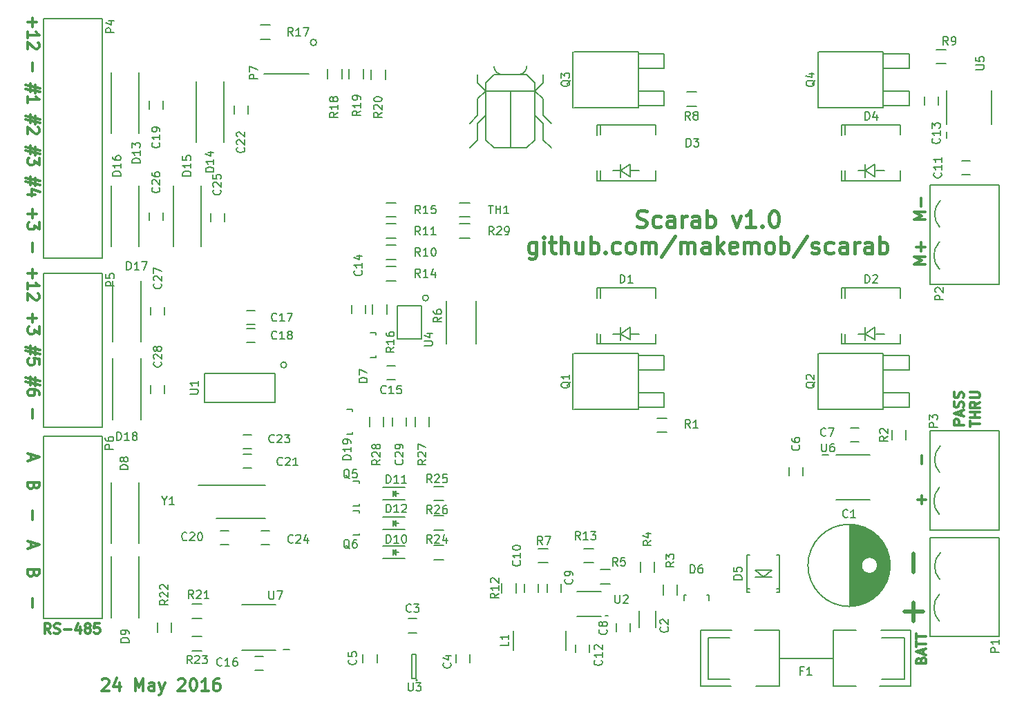
<source format=gto>
G04 #@! TF.FileFunction,Legend,Top*
%FSLAX46Y46*%
G04 Gerber Fmt 4.6, Leading zero omitted, Abs format (unit mm)*
G04 Created by KiCad (PCBNEW 4.0.0-stable) date Thursday, 26 May 2016 'pmt' 07:34:14 pm*
%MOMM*%
G01*
G04 APERTURE LIST*
%ADD10C,0.100000*%
%ADD11C,0.200000*%
%ADD12C,0.300000*%
%ADD13C,0.400000*%
%ADD14C,0.500000*%
%ADD15C,0.150000*%
G04 APERTURE END LIST*
D10*
D11*
X167800000Y-61400000D02*
G75*
G03X168800000Y-62400000I1000000J0D01*
G01*
X170800000Y-62400000D02*
G75*
G03X171800000Y-61400000I0J1000000D01*
G01*
X165800000Y-70400000D02*
X164800000Y-71400000D01*
X165800000Y-68400000D02*
X165800000Y-70400000D01*
X166800000Y-67400000D02*
X165800000Y-68400000D01*
X165800000Y-67400000D02*
X164800000Y-68400000D01*
X165800000Y-65400000D02*
X165800000Y-67400000D01*
X166800000Y-64400000D02*
X165800000Y-65400000D01*
X173800000Y-70400000D02*
X174800000Y-71400000D01*
X173800000Y-68400000D02*
X173800000Y-70400000D01*
X172800000Y-67400000D02*
X173800000Y-68400000D01*
X173800000Y-67400000D02*
X174800000Y-68400000D01*
X173800000Y-65400000D02*
X173800000Y-67400000D01*
X172800000Y-64400000D02*
X173800000Y-65400000D01*
X165800000Y-63400000D02*
X165800000Y-62400000D01*
X166800000Y-64400000D02*
X165800000Y-63400000D01*
X173800000Y-63400000D02*
X173800000Y-62400000D01*
X172800000Y-64400000D02*
X173800000Y-63400000D01*
X171800000Y-62400000D02*
X167800000Y-62400000D01*
X172800000Y-63400000D02*
X171800000Y-62400000D01*
X172800000Y-64400000D02*
X172800000Y-63400000D01*
X166800000Y-63400000D02*
X167800000Y-62400000D01*
X166800000Y-64400000D02*
X166800000Y-63400000D01*
X166800000Y-70400000D02*
X166800000Y-64400000D01*
X167800000Y-71400000D02*
X166800000Y-70400000D01*
X172800000Y-70400000D02*
X172800000Y-64400000D01*
X171800000Y-71400000D02*
X172800000Y-70400000D01*
X167800000Y-71400000D02*
X171800000Y-71400000D01*
X166800000Y-64400000D02*
X172800000Y-64400000D01*
X169800000Y-71400000D02*
X169800000Y-64400000D01*
D12*
X119750001Y-136621429D02*
X119821430Y-136550000D01*
X119964287Y-136478571D01*
X120321430Y-136478571D01*
X120464287Y-136550000D01*
X120535716Y-136621429D01*
X120607144Y-136764286D01*
X120607144Y-136907143D01*
X120535716Y-137121429D01*
X119678573Y-137978571D01*
X120607144Y-137978571D01*
X121892858Y-136978571D02*
X121892858Y-137978571D01*
X121535715Y-136407143D02*
X121178572Y-137478571D01*
X122107144Y-137478571D01*
X123821429Y-137978571D02*
X123821429Y-136478571D01*
X124321429Y-137550000D01*
X124821429Y-136478571D01*
X124821429Y-137978571D01*
X126178572Y-137978571D02*
X126178572Y-137192857D01*
X126107143Y-137050000D01*
X125964286Y-136978571D01*
X125678572Y-136978571D01*
X125535715Y-137050000D01*
X126178572Y-137907143D02*
X126035715Y-137978571D01*
X125678572Y-137978571D01*
X125535715Y-137907143D01*
X125464286Y-137764286D01*
X125464286Y-137621429D01*
X125535715Y-137478571D01*
X125678572Y-137407143D01*
X126035715Y-137407143D01*
X126178572Y-137335714D01*
X126750001Y-136978571D02*
X127107144Y-137978571D01*
X127464286Y-136978571D02*
X127107144Y-137978571D01*
X126964286Y-138335714D01*
X126892858Y-138407143D01*
X126750001Y-138478571D01*
X129107143Y-136621429D02*
X129178572Y-136550000D01*
X129321429Y-136478571D01*
X129678572Y-136478571D01*
X129821429Y-136550000D01*
X129892858Y-136621429D01*
X129964286Y-136764286D01*
X129964286Y-136907143D01*
X129892858Y-137121429D01*
X129035715Y-137978571D01*
X129964286Y-137978571D01*
X130892857Y-136478571D02*
X131035714Y-136478571D01*
X131178571Y-136550000D01*
X131250000Y-136621429D01*
X131321429Y-136764286D01*
X131392857Y-137050000D01*
X131392857Y-137407143D01*
X131321429Y-137692857D01*
X131250000Y-137835714D01*
X131178571Y-137907143D01*
X131035714Y-137978571D01*
X130892857Y-137978571D01*
X130750000Y-137907143D01*
X130678571Y-137835714D01*
X130607143Y-137692857D01*
X130535714Y-137407143D01*
X130535714Y-137050000D01*
X130607143Y-136764286D01*
X130678571Y-136621429D01*
X130750000Y-136550000D01*
X130892857Y-136478571D01*
X132821428Y-137978571D02*
X131964285Y-137978571D01*
X132392857Y-137978571D02*
X132392857Y-136478571D01*
X132250000Y-136692857D01*
X132107142Y-136835714D01*
X131964285Y-136907143D01*
X134107142Y-136478571D02*
X133821428Y-136478571D01*
X133678571Y-136550000D01*
X133607142Y-136621429D01*
X133464285Y-136835714D01*
X133392856Y-137121429D01*
X133392856Y-137692857D01*
X133464285Y-137835714D01*
X133535713Y-137907143D01*
X133678571Y-137978571D01*
X133964285Y-137978571D01*
X134107142Y-137907143D01*
X134178571Y-137835714D01*
X134249999Y-137692857D01*
X134249999Y-137335714D01*
X134178571Y-137192857D01*
X134107142Y-137121429D01*
X133964285Y-137050000D01*
X133678571Y-137050000D01*
X133535713Y-137121429D01*
X133464285Y-137192857D01*
X133392856Y-137335714D01*
D13*
X185333332Y-81009524D02*
X185619047Y-81104762D01*
X186095237Y-81104762D01*
X186285713Y-81009524D01*
X186380951Y-80914286D01*
X186476190Y-80723810D01*
X186476190Y-80533333D01*
X186380951Y-80342857D01*
X186285713Y-80247619D01*
X186095237Y-80152381D01*
X185714285Y-80057143D01*
X185523809Y-79961905D01*
X185428570Y-79866667D01*
X185333332Y-79676190D01*
X185333332Y-79485714D01*
X185428570Y-79295238D01*
X185523809Y-79200000D01*
X185714285Y-79104762D01*
X186190475Y-79104762D01*
X186476190Y-79200000D01*
X188190475Y-81009524D02*
X187999999Y-81104762D01*
X187619047Y-81104762D01*
X187428571Y-81009524D01*
X187333332Y-80914286D01*
X187238094Y-80723810D01*
X187238094Y-80152381D01*
X187333332Y-79961905D01*
X187428571Y-79866667D01*
X187619047Y-79771429D01*
X187999999Y-79771429D01*
X188190475Y-79866667D01*
X189904761Y-81104762D02*
X189904761Y-80057143D01*
X189809523Y-79866667D01*
X189619047Y-79771429D01*
X189238095Y-79771429D01*
X189047618Y-79866667D01*
X189904761Y-81009524D02*
X189714285Y-81104762D01*
X189238095Y-81104762D01*
X189047618Y-81009524D01*
X188952380Y-80819048D01*
X188952380Y-80628571D01*
X189047618Y-80438095D01*
X189238095Y-80342857D01*
X189714285Y-80342857D01*
X189904761Y-80247619D01*
X190857142Y-81104762D02*
X190857142Y-79771429D01*
X190857142Y-80152381D02*
X190952381Y-79961905D01*
X191047619Y-79866667D01*
X191238095Y-79771429D01*
X191428571Y-79771429D01*
X192952380Y-81104762D02*
X192952380Y-80057143D01*
X192857142Y-79866667D01*
X192666666Y-79771429D01*
X192285714Y-79771429D01*
X192095237Y-79866667D01*
X192952380Y-81009524D02*
X192761904Y-81104762D01*
X192285714Y-81104762D01*
X192095237Y-81009524D01*
X191999999Y-80819048D01*
X191999999Y-80628571D01*
X192095237Y-80438095D01*
X192285714Y-80342857D01*
X192761904Y-80342857D01*
X192952380Y-80247619D01*
X193904761Y-81104762D02*
X193904761Y-79104762D01*
X193904761Y-79866667D02*
X194095238Y-79771429D01*
X194476190Y-79771429D01*
X194666666Y-79866667D01*
X194761904Y-79961905D01*
X194857142Y-80152381D01*
X194857142Y-80723810D01*
X194761904Y-80914286D01*
X194666666Y-81009524D01*
X194476190Y-81104762D01*
X194095238Y-81104762D01*
X193904761Y-81009524D01*
X197047619Y-79771429D02*
X197523810Y-81104762D01*
X198000000Y-79771429D01*
X199809525Y-81104762D02*
X198666667Y-81104762D01*
X199238096Y-81104762D02*
X199238096Y-79104762D01*
X199047620Y-79390476D01*
X198857144Y-79580952D01*
X198666667Y-79676190D01*
X200666667Y-80914286D02*
X200761906Y-81009524D01*
X200666667Y-81104762D01*
X200571429Y-81009524D01*
X200666667Y-80914286D01*
X200666667Y-81104762D01*
X202000001Y-79104762D02*
X202190477Y-79104762D01*
X202380953Y-79200000D01*
X202476191Y-79295238D01*
X202571429Y-79485714D01*
X202666668Y-79866667D01*
X202666668Y-80342857D01*
X202571429Y-80723810D01*
X202476191Y-80914286D01*
X202380953Y-81009524D01*
X202190477Y-81104762D01*
X202000001Y-81104762D01*
X201809525Y-81009524D01*
X201714287Y-80914286D01*
X201619048Y-80723810D01*
X201523810Y-80342857D01*
X201523810Y-79866667D01*
X201619048Y-79485714D01*
X201714287Y-79295238D01*
X201809525Y-79200000D01*
X202000001Y-79104762D01*
X172952379Y-82971429D02*
X172952379Y-84590476D01*
X172857141Y-84780952D01*
X172761903Y-84876190D01*
X172571427Y-84971429D01*
X172285713Y-84971429D01*
X172095236Y-84876190D01*
X172952379Y-84209524D02*
X172761903Y-84304762D01*
X172380951Y-84304762D01*
X172190475Y-84209524D01*
X172095236Y-84114286D01*
X171999998Y-83923810D01*
X171999998Y-83352381D01*
X172095236Y-83161905D01*
X172190475Y-83066667D01*
X172380951Y-82971429D01*
X172761903Y-82971429D01*
X172952379Y-83066667D01*
X173904760Y-84304762D02*
X173904760Y-82971429D01*
X173904760Y-82304762D02*
X173809522Y-82400000D01*
X173904760Y-82495238D01*
X173999999Y-82400000D01*
X173904760Y-82304762D01*
X173904760Y-82495238D01*
X174571427Y-82971429D02*
X175333332Y-82971429D01*
X174857141Y-82304762D02*
X174857141Y-84019048D01*
X174952380Y-84209524D01*
X175142856Y-84304762D01*
X175333332Y-84304762D01*
X175999998Y-84304762D02*
X175999998Y-82304762D01*
X176857141Y-84304762D02*
X176857141Y-83257143D01*
X176761903Y-83066667D01*
X176571427Y-82971429D01*
X176285713Y-82971429D01*
X176095237Y-83066667D01*
X175999998Y-83161905D01*
X178666665Y-82971429D02*
X178666665Y-84304762D01*
X177809522Y-82971429D02*
X177809522Y-84019048D01*
X177904761Y-84209524D01*
X178095237Y-84304762D01*
X178380951Y-84304762D01*
X178571427Y-84209524D01*
X178666665Y-84114286D01*
X179619046Y-84304762D02*
X179619046Y-82304762D01*
X179619046Y-83066667D02*
X179809523Y-82971429D01*
X180190475Y-82971429D01*
X180380951Y-83066667D01*
X180476189Y-83161905D01*
X180571427Y-83352381D01*
X180571427Y-83923810D01*
X180476189Y-84114286D01*
X180380951Y-84209524D01*
X180190475Y-84304762D01*
X179809523Y-84304762D01*
X179619046Y-84209524D01*
X181428570Y-84114286D02*
X181523809Y-84209524D01*
X181428570Y-84304762D01*
X181333332Y-84209524D01*
X181428570Y-84114286D01*
X181428570Y-84304762D01*
X183238094Y-84209524D02*
X183047618Y-84304762D01*
X182666666Y-84304762D01*
X182476190Y-84209524D01*
X182380951Y-84114286D01*
X182285713Y-83923810D01*
X182285713Y-83352381D01*
X182380951Y-83161905D01*
X182476190Y-83066667D01*
X182666666Y-82971429D01*
X183047618Y-82971429D01*
X183238094Y-83066667D01*
X184380952Y-84304762D02*
X184190476Y-84209524D01*
X184095237Y-84114286D01*
X183999999Y-83923810D01*
X183999999Y-83352381D01*
X184095237Y-83161905D01*
X184190476Y-83066667D01*
X184380952Y-82971429D01*
X184666666Y-82971429D01*
X184857142Y-83066667D01*
X184952380Y-83161905D01*
X185047618Y-83352381D01*
X185047618Y-83923810D01*
X184952380Y-84114286D01*
X184857142Y-84209524D01*
X184666666Y-84304762D01*
X184380952Y-84304762D01*
X185904761Y-84304762D02*
X185904761Y-82971429D01*
X185904761Y-83161905D02*
X186000000Y-83066667D01*
X186190476Y-82971429D01*
X186476190Y-82971429D01*
X186666666Y-83066667D01*
X186761904Y-83257143D01*
X186761904Y-84304762D01*
X186761904Y-83257143D02*
X186857142Y-83066667D01*
X187047619Y-82971429D01*
X187333333Y-82971429D01*
X187523809Y-83066667D01*
X187619047Y-83257143D01*
X187619047Y-84304762D01*
X190000000Y-82209524D02*
X188285714Y-84780952D01*
X190666666Y-84304762D02*
X190666666Y-82971429D01*
X190666666Y-83161905D02*
X190761905Y-83066667D01*
X190952381Y-82971429D01*
X191238095Y-82971429D01*
X191428571Y-83066667D01*
X191523809Y-83257143D01*
X191523809Y-84304762D01*
X191523809Y-83257143D02*
X191619047Y-83066667D01*
X191809524Y-82971429D01*
X192095238Y-82971429D01*
X192285714Y-83066667D01*
X192380952Y-83257143D01*
X192380952Y-84304762D01*
X194190476Y-84304762D02*
X194190476Y-83257143D01*
X194095238Y-83066667D01*
X193904762Y-82971429D01*
X193523810Y-82971429D01*
X193333333Y-83066667D01*
X194190476Y-84209524D02*
X194000000Y-84304762D01*
X193523810Y-84304762D01*
X193333333Y-84209524D01*
X193238095Y-84019048D01*
X193238095Y-83828571D01*
X193333333Y-83638095D01*
X193523810Y-83542857D01*
X194000000Y-83542857D01*
X194190476Y-83447619D01*
X195142857Y-84304762D02*
X195142857Y-82304762D01*
X195333334Y-83542857D02*
X195904762Y-84304762D01*
X195904762Y-82971429D02*
X195142857Y-83733333D01*
X197523810Y-84209524D02*
X197333334Y-84304762D01*
X196952382Y-84304762D01*
X196761905Y-84209524D01*
X196666667Y-84019048D01*
X196666667Y-83257143D01*
X196761905Y-83066667D01*
X196952382Y-82971429D01*
X197333334Y-82971429D01*
X197523810Y-83066667D01*
X197619048Y-83257143D01*
X197619048Y-83447619D01*
X196666667Y-83638095D01*
X198476191Y-84304762D02*
X198476191Y-82971429D01*
X198476191Y-83161905D02*
X198571430Y-83066667D01*
X198761906Y-82971429D01*
X199047620Y-82971429D01*
X199238096Y-83066667D01*
X199333334Y-83257143D01*
X199333334Y-84304762D01*
X199333334Y-83257143D02*
X199428572Y-83066667D01*
X199619049Y-82971429D01*
X199904763Y-82971429D01*
X200095239Y-83066667D01*
X200190477Y-83257143D01*
X200190477Y-84304762D01*
X201428573Y-84304762D02*
X201238097Y-84209524D01*
X201142858Y-84114286D01*
X201047620Y-83923810D01*
X201047620Y-83352381D01*
X201142858Y-83161905D01*
X201238097Y-83066667D01*
X201428573Y-82971429D01*
X201714287Y-82971429D01*
X201904763Y-83066667D01*
X202000001Y-83161905D01*
X202095239Y-83352381D01*
X202095239Y-83923810D01*
X202000001Y-84114286D01*
X201904763Y-84209524D01*
X201714287Y-84304762D01*
X201428573Y-84304762D01*
X202952382Y-84304762D02*
X202952382Y-82304762D01*
X202952382Y-83066667D02*
X203142859Y-82971429D01*
X203523811Y-82971429D01*
X203714287Y-83066667D01*
X203809525Y-83161905D01*
X203904763Y-83352381D01*
X203904763Y-83923810D01*
X203809525Y-84114286D01*
X203714287Y-84209524D01*
X203523811Y-84304762D01*
X203142859Y-84304762D01*
X202952382Y-84209524D01*
X206190478Y-82209524D02*
X204476192Y-84780952D01*
X206761906Y-84209524D02*
X206952383Y-84304762D01*
X207333335Y-84304762D01*
X207523811Y-84209524D01*
X207619049Y-84019048D01*
X207619049Y-83923810D01*
X207523811Y-83733333D01*
X207333335Y-83638095D01*
X207047621Y-83638095D01*
X206857144Y-83542857D01*
X206761906Y-83352381D01*
X206761906Y-83257143D01*
X206857144Y-83066667D01*
X207047621Y-82971429D01*
X207333335Y-82971429D01*
X207523811Y-83066667D01*
X209333335Y-84209524D02*
X209142859Y-84304762D01*
X208761907Y-84304762D01*
X208571431Y-84209524D01*
X208476192Y-84114286D01*
X208380954Y-83923810D01*
X208380954Y-83352381D01*
X208476192Y-83161905D01*
X208571431Y-83066667D01*
X208761907Y-82971429D01*
X209142859Y-82971429D01*
X209333335Y-83066667D01*
X211047621Y-84304762D02*
X211047621Y-83257143D01*
X210952383Y-83066667D01*
X210761907Y-82971429D01*
X210380955Y-82971429D01*
X210190478Y-83066667D01*
X211047621Y-84209524D02*
X210857145Y-84304762D01*
X210380955Y-84304762D01*
X210190478Y-84209524D01*
X210095240Y-84019048D01*
X210095240Y-83828571D01*
X210190478Y-83638095D01*
X210380955Y-83542857D01*
X210857145Y-83542857D01*
X211047621Y-83447619D01*
X212000002Y-84304762D02*
X212000002Y-82971429D01*
X212000002Y-83352381D02*
X212095241Y-83161905D01*
X212190479Y-83066667D01*
X212380955Y-82971429D01*
X212571431Y-82971429D01*
X214095240Y-84304762D02*
X214095240Y-83257143D01*
X214000002Y-83066667D01*
X213809526Y-82971429D01*
X213428574Y-82971429D01*
X213238097Y-83066667D01*
X214095240Y-84209524D02*
X213904764Y-84304762D01*
X213428574Y-84304762D01*
X213238097Y-84209524D01*
X213142859Y-84019048D01*
X213142859Y-83828571D01*
X213238097Y-83638095D01*
X213428574Y-83542857D01*
X213904764Y-83542857D01*
X214095240Y-83447619D01*
X215047621Y-84304762D02*
X215047621Y-82304762D01*
X215047621Y-83066667D02*
X215238098Y-82971429D01*
X215619050Y-82971429D01*
X215809526Y-83066667D01*
X215904764Y-83161905D01*
X216000002Y-83352381D01*
X216000002Y-83923810D01*
X215904764Y-84114286D01*
X215809526Y-84209524D01*
X215619050Y-84304762D01*
X215238098Y-84304762D01*
X215047621Y-84209524D01*
D12*
X113442858Y-130942857D02*
X113042858Y-130371429D01*
X112757143Y-130942857D02*
X112757143Y-129742857D01*
X113214286Y-129742857D01*
X113328572Y-129800000D01*
X113385715Y-129857143D01*
X113442858Y-129971429D01*
X113442858Y-130142857D01*
X113385715Y-130257143D01*
X113328572Y-130314286D01*
X113214286Y-130371429D01*
X112757143Y-130371429D01*
X113900000Y-130885714D02*
X114071429Y-130942857D01*
X114357143Y-130942857D01*
X114471429Y-130885714D01*
X114528572Y-130828571D01*
X114585715Y-130714286D01*
X114585715Y-130600000D01*
X114528572Y-130485714D01*
X114471429Y-130428571D01*
X114357143Y-130371429D01*
X114128572Y-130314286D01*
X114014286Y-130257143D01*
X113957143Y-130200000D01*
X113900000Y-130085714D01*
X113900000Y-129971429D01*
X113957143Y-129857143D01*
X114014286Y-129800000D01*
X114128572Y-129742857D01*
X114414286Y-129742857D01*
X114585715Y-129800000D01*
X115100000Y-130485714D02*
X116014286Y-130485714D01*
X117100000Y-130142857D02*
X117100000Y-130942857D01*
X116814286Y-129685714D02*
X116528571Y-130542857D01*
X117271429Y-130542857D01*
X117900000Y-130257143D02*
X117785714Y-130200000D01*
X117728571Y-130142857D01*
X117671428Y-130028571D01*
X117671428Y-129971429D01*
X117728571Y-129857143D01*
X117785714Y-129800000D01*
X117900000Y-129742857D01*
X118128571Y-129742857D01*
X118242857Y-129800000D01*
X118300000Y-129857143D01*
X118357143Y-129971429D01*
X118357143Y-130028571D01*
X118300000Y-130142857D01*
X118242857Y-130200000D01*
X118128571Y-130257143D01*
X117900000Y-130257143D01*
X117785714Y-130314286D01*
X117728571Y-130371429D01*
X117671428Y-130485714D01*
X117671428Y-130714286D01*
X117728571Y-130828571D01*
X117785714Y-130885714D01*
X117900000Y-130942857D01*
X118128571Y-130942857D01*
X118242857Y-130885714D01*
X118300000Y-130828571D01*
X118357143Y-130714286D01*
X118357143Y-130485714D01*
X118300000Y-130371429D01*
X118242857Y-130314286D01*
X118128571Y-130257143D01*
X119442857Y-129742857D02*
X118871428Y-129742857D01*
X118814285Y-130314286D01*
X118871428Y-130257143D01*
X118985714Y-130200000D01*
X119271428Y-130200000D01*
X119385714Y-130257143D01*
X119442857Y-130314286D01*
X119500000Y-130428571D01*
X119500000Y-130714286D01*
X119442857Y-130828571D01*
X119385714Y-130885714D01*
X119271428Y-130942857D01*
X118985714Y-130942857D01*
X118871428Y-130885714D01*
X118814285Y-130828571D01*
X225352857Y-105371428D02*
X224152857Y-105371428D01*
X224152857Y-104914285D01*
X224210000Y-104799999D01*
X224267143Y-104742856D01*
X224381429Y-104685713D01*
X224552857Y-104685713D01*
X224667143Y-104742856D01*
X224724286Y-104799999D01*
X224781429Y-104914285D01*
X224781429Y-105371428D01*
X225010000Y-104228571D02*
X225010000Y-103657142D01*
X225352857Y-104342856D02*
X224152857Y-103942856D01*
X225352857Y-103542856D01*
X225295714Y-103200000D02*
X225352857Y-103028571D01*
X225352857Y-102742857D01*
X225295714Y-102628571D01*
X225238571Y-102571428D01*
X225124286Y-102514285D01*
X225010000Y-102514285D01*
X224895714Y-102571428D01*
X224838571Y-102628571D01*
X224781429Y-102742857D01*
X224724286Y-102971428D01*
X224667143Y-103085714D01*
X224610000Y-103142857D01*
X224495714Y-103200000D01*
X224381429Y-103200000D01*
X224267143Y-103142857D01*
X224210000Y-103085714D01*
X224152857Y-102971428D01*
X224152857Y-102685714D01*
X224210000Y-102514285D01*
X225295714Y-102057143D02*
X225352857Y-101885714D01*
X225352857Y-101600000D01*
X225295714Y-101485714D01*
X225238571Y-101428571D01*
X225124286Y-101371428D01*
X225010000Y-101371428D01*
X224895714Y-101428571D01*
X224838571Y-101485714D01*
X224781429Y-101600000D01*
X224724286Y-101828571D01*
X224667143Y-101942857D01*
X224610000Y-102000000D01*
X224495714Y-102057143D01*
X224381429Y-102057143D01*
X224267143Y-102000000D01*
X224210000Y-101942857D01*
X224152857Y-101828571D01*
X224152857Y-101542857D01*
X224210000Y-101371428D01*
X226132857Y-105600000D02*
X226132857Y-104914286D01*
X227332857Y-105257143D02*
X226132857Y-105257143D01*
X227332857Y-104514286D02*
X226132857Y-104514286D01*
X226704286Y-104514286D02*
X226704286Y-103828571D01*
X227332857Y-103828571D02*
X226132857Y-103828571D01*
X227332857Y-102571428D02*
X226761429Y-102971428D01*
X227332857Y-103257143D02*
X226132857Y-103257143D01*
X226132857Y-102800000D01*
X226190000Y-102685714D01*
X226247143Y-102628571D01*
X226361429Y-102571428D01*
X226532857Y-102571428D01*
X226647143Y-102628571D01*
X226704286Y-102685714D01*
X226761429Y-102800000D01*
X226761429Y-103257143D01*
X226132857Y-102057143D02*
X227104286Y-102057143D01*
X227218571Y-102000000D01*
X227275714Y-101942857D01*
X227332857Y-101828571D01*
X227332857Y-101600000D01*
X227275714Y-101485714D01*
X227218571Y-101428571D01*
X227104286Y-101371428D01*
X226132857Y-101371428D01*
X220114286Y-134242857D02*
X220171429Y-134071428D01*
X220228571Y-134014285D01*
X220342857Y-133957142D01*
X220514286Y-133957142D01*
X220628571Y-134014285D01*
X220685714Y-134071428D01*
X220742857Y-134185714D01*
X220742857Y-134642857D01*
X219542857Y-134642857D01*
X219542857Y-134242857D01*
X219600000Y-134128571D01*
X219657143Y-134071428D01*
X219771429Y-134014285D01*
X219885714Y-134014285D01*
X220000000Y-134071428D01*
X220057143Y-134128571D01*
X220114286Y-134242857D01*
X220114286Y-134642857D01*
X220400000Y-133500000D02*
X220400000Y-132928571D01*
X220742857Y-133614285D02*
X219542857Y-133214285D01*
X220742857Y-132814285D01*
X219542857Y-132585714D02*
X219542857Y-131900000D01*
X220742857Y-132242857D02*
X219542857Y-132242857D01*
X219542857Y-131671428D02*
X219542857Y-130985714D01*
X220742857Y-131328571D02*
X219542857Y-131328571D01*
X220200000Y-115100000D02*
X220200000Y-114033333D01*
X220733333Y-114566666D02*
X219666667Y-114566666D01*
X220200000Y-110166666D02*
X220200000Y-109099999D01*
D14*
X219214286Y-129442857D02*
X219214286Y-127157143D01*
X220357143Y-128300000D02*
X218071429Y-128300000D01*
X219214286Y-123442857D02*
X219214286Y-121157143D01*
D12*
X220633333Y-85666667D02*
X219233333Y-85666667D01*
X220233333Y-85200000D01*
X219233333Y-84733333D01*
X220633333Y-84733333D01*
X220100000Y-84066667D02*
X220100000Y-83000000D01*
X220633333Y-83533333D02*
X219566667Y-83533333D01*
X220633333Y-80200000D02*
X219233333Y-80200000D01*
X220233333Y-79733333D01*
X219233333Y-79266666D01*
X220633333Y-79266666D01*
X220100000Y-78600000D02*
X220100000Y-77533333D01*
X111200000Y-55466667D02*
X111200000Y-56533334D01*
X110666667Y-56000001D02*
X111733333Y-56000001D01*
X110666667Y-57933334D02*
X110666667Y-57133334D01*
X110666667Y-57533334D02*
X112066667Y-57533334D01*
X111866667Y-57400000D01*
X111733333Y-57266667D01*
X111666667Y-57133334D01*
X111933333Y-58466667D02*
X112000000Y-58533333D01*
X112066667Y-58666667D01*
X112066667Y-59000000D01*
X112000000Y-59133333D01*
X111933333Y-59200000D01*
X111800000Y-59266667D01*
X111666667Y-59266667D01*
X111466667Y-59200000D01*
X110666667Y-58400000D01*
X110666667Y-59266667D01*
X111200000Y-60933333D02*
X111200000Y-62000000D01*
X111600000Y-63666667D02*
X111600000Y-64666667D01*
X112200000Y-64066667D02*
X110400000Y-63666667D01*
X111000000Y-64533333D02*
X111000000Y-63533333D01*
X110400000Y-64133333D02*
X112200000Y-64533333D01*
X110666667Y-65866667D02*
X110666667Y-65066667D01*
X110666667Y-65466667D02*
X112066667Y-65466667D01*
X111866667Y-65333333D01*
X111733333Y-65200000D01*
X111666667Y-65066667D01*
X111600000Y-67466667D02*
X111600000Y-68466667D01*
X112200000Y-67866667D02*
X110400000Y-67466667D01*
X111000000Y-68333333D02*
X111000000Y-67333333D01*
X110400000Y-67933333D02*
X112200000Y-68333333D01*
X111933333Y-68866667D02*
X112000000Y-68933333D01*
X112066667Y-69066667D01*
X112066667Y-69400000D01*
X112000000Y-69533333D01*
X111933333Y-69600000D01*
X111800000Y-69666667D01*
X111666667Y-69666667D01*
X111466667Y-69600000D01*
X110666667Y-68800000D01*
X110666667Y-69666667D01*
X111600000Y-71266667D02*
X111600000Y-72266667D01*
X112200000Y-71666667D02*
X110400000Y-71266667D01*
X111000000Y-72133333D02*
X111000000Y-71133333D01*
X110400000Y-71733333D02*
X112200000Y-72133333D01*
X112066667Y-72600000D02*
X112066667Y-73466667D01*
X111533333Y-73000000D01*
X111533333Y-73200000D01*
X111466667Y-73333333D01*
X111400000Y-73400000D01*
X111266667Y-73466667D01*
X110933333Y-73466667D01*
X110800000Y-73400000D01*
X110733333Y-73333333D01*
X110666667Y-73200000D01*
X110666667Y-72800000D01*
X110733333Y-72666667D01*
X110800000Y-72600000D01*
X111600000Y-75066667D02*
X111600000Y-76066667D01*
X112200000Y-75466667D02*
X110400000Y-75066667D01*
X111000000Y-75933333D02*
X111000000Y-74933333D01*
X110400000Y-75533333D02*
X112200000Y-75933333D01*
X111600000Y-77133333D02*
X110666667Y-77133333D01*
X112133333Y-76800000D02*
X111133333Y-76466667D01*
X111133333Y-77333333D01*
X111200000Y-78933333D02*
X111200000Y-80000000D01*
X110666667Y-79466667D02*
X111733333Y-79466667D01*
X112066667Y-80533333D02*
X112066667Y-81400000D01*
X111533333Y-80933333D01*
X111533333Y-81133333D01*
X111466667Y-81266666D01*
X111400000Y-81333333D01*
X111266667Y-81400000D01*
X110933333Y-81400000D01*
X110800000Y-81333333D01*
X110733333Y-81266666D01*
X110666667Y-81133333D01*
X110666667Y-80733333D01*
X110733333Y-80600000D01*
X110800000Y-80533333D01*
X111200000Y-83066666D02*
X111200000Y-84133333D01*
X111200000Y-86266667D02*
X111200000Y-87333334D01*
X110666667Y-86800001D02*
X111733333Y-86800001D01*
X110666667Y-88733334D02*
X110666667Y-87933334D01*
X110666667Y-88333334D02*
X112066667Y-88333334D01*
X111866667Y-88200000D01*
X111733333Y-88066667D01*
X111666667Y-87933334D01*
X111933333Y-89266667D02*
X112000000Y-89333333D01*
X112066667Y-89466667D01*
X112066667Y-89800000D01*
X112000000Y-89933333D01*
X111933333Y-90000000D01*
X111800000Y-90066667D01*
X111666667Y-90066667D01*
X111466667Y-90000000D01*
X110666667Y-89200000D01*
X110666667Y-90066667D01*
X111200000Y-91733333D02*
X111200000Y-92800000D01*
X110666667Y-92266667D02*
X111733333Y-92266667D01*
X112066667Y-93333333D02*
X112066667Y-94200000D01*
X111533333Y-93733333D01*
X111533333Y-93933333D01*
X111466667Y-94066666D01*
X111400000Y-94133333D01*
X111266667Y-94200000D01*
X110933333Y-94200000D01*
X110800000Y-94133333D01*
X110733333Y-94066666D01*
X110666667Y-93933333D01*
X110666667Y-93533333D01*
X110733333Y-93400000D01*
X110800000Y-93333333D01*
X111600000Y-95800000D02*
X111600000Y-96800000D01*
X112200000Y-96200000D02*
X110400000Y-95800000D01*
X111000000Y-96666666D02*
X111000000Y-95666666D01*
X110400000Y-96266666D02*
X112200000Y-96666666D01*
X112066667Y-97933333D02*
X112066667Y-97266666D01*
X111400000Y-97200000D01*
X111466667Y-97266666D01*
X111533333Y-97400000D01*
X111533333Y-97733333D01*
X111466667Y-97866666D01*
X111400000Y-97933333D01*
X111266667Y-98000000D01*
X110933333Y-98000000D01*
X110800000Y-97933333D01*
X110733333Y-97866666D01*
X110666667Y-97733333D01*
X110666667Y-97400000D01*
X110733333Y-97266666D01*
X110800000Y-97200000D01*
X111600000Y-99600000D02*
X111600000Y-100600000D01*
X112200000Y-100000000D02*
X110400000Y-99600000D01*
X111000000Y-100466666D02*
X111000000Y-99466666D01*
X110400000Y-100066666D02*
X112200000Y-100466666D01*
X112066667Y-101666666D02*
X112066667Y-101400000D01*
X112000000Y-101266666D01*
X111933333Y-101200000D01*
X111733333Y-101066666D01*
X111466667Y-101000000D01*
X110933333Y-101000000D01*
X110800000Y-101066666D01*
X110733333Y-101133333D01*
X110666667Y-101266666D01*
X110666667Y-101533333D01*
X110733333Y-101666666D01*
X110800000Y-101733333D01*
X110933333Y-101800000D01*
X111266667Y-101800000D01*
X111400000Y-101733333D01*
X111466667Y-101666666D01*
X111533333Y-101533333D01*
X111533333Y-101266666D01*
X111466667Y-101133333D01*
X111400000Y-101066666D01*
X111266667Y-101000000D01*
X111200000Y-103466666D02*
X111200000Y-104533333D01*
X111066667Y-108999999D02*
X111066667Y-109666665D01*
X110666667Y-108866665D02*
X112066667Y-109333332D01*
X110666667Y-109799999D01*
X111400000Y-112866666D02*
X111333333Y-113066666D01*
X111266667Y-113133333D01*
X111133333Y-113199999D01*
X110933333Y-113199999D01*
X110800000Y-113133333D01*
X110733333Y-113066666D01*
X110666667Y-112933333D01*
X110666667Y-112399999D01*
X112066667Y-112399999D01*
X112066667Y-112866666D01*
X112000000Y-112999999D01*
X111933333Y-113066666D01*
X111800000Y-113133333D01*
X111666667Y-113133333D01*
X111533333Y-113066666D01*
X111466667Y-112999999D01*
X111400000Y-112866666D01*
X111400000Y-112399999D01*
X111200000Y-115933333D02*
X111200000Y-117000000D01*
X111066667Y-119733334D02*
X111066667Y-120400000D01*
X110666667Y-119600000D02*
X112066667Y-120066667D01*
X110666667Y-120533334D01*
X111400000Y-123600001D02*
X111333333Y-123800001D01*
X111266667Y-123866668D01*
X111133333Y-123933334D01*
X110933333Y-123933334D01*
X110800000Y-123866668D01*
X110733333Y-123800001D01*
X110666667Y-123666668D01*
X110666667Y-123133334D01*
X112066667Y-123133334D01*
X112066667Y-123600001D01*
X112000000Y-123733334D01*
X111933333Y-123800001D01*
X111800000Y-123866668D01*
X111666667Y-123866668D01*
X111533333Y-123800001D01*
X111466667Y-123733334D01*
X111400000Y-123600001D01*
X111400000Y-123133334D01*
X111200000Y-126666668D02*
X111200000Y-127733335D01*
D15*
X211375000Y-117601000D02*
X211375000Y-127599000D01*
X211515000Y-117605000D02*
X211515000Y-127595000D01*
X211655000Y-117613000D02*
X211655000Y-127587000D01*
X211795000Y-117625000D02*
X211795000Y-127575000D01*
X211935000Y-117640000D02*
X211935000Y-127560000D01*
X212075000Y-117660000D02*
X212075000Y-127540000D01*
X212215000Y-117684000D02*
X212215000Y-127516000D01*
X212355000Y-117713000D02*
X212355000Y-127487000D01*
X212495000Y-117745000D02*
X212495000Y-127455000D01*
X212635000Y-117782000D02*
X212635000Y-127418000D01*
X212775000Y-117823000D02*
X212775000Y-127377000D01*
X212915000Y-117868000D02*
X212915000Y-122134000D01*
X212915000Y-123066000D02*
X212915000Y-127332000D01*
X213055000Y-117918000D02*
X213055000Y-121933000D01*
X213055000Y-123267000D02*
X213055000Y-127282000D01*
X213195000Y-117973000D02*
X213195000Y-121804000D01*
X213195000Y-123396000D02*
X213195000Y-127227000D01*
X213335000Y-118033000D02*
X213335000Y-121715000D01*
X213335000Y-123485000D02*
X213335000Y-127167000D01*
X213475000Y-118098000D02*
X213475000Y-121654000D01*
X213475000Y-123546000D02*
X213475000Y-127102000D01*
X213615000Y-118168000D02*
X213615000Y-121617000D01*
X213615000Y-123583000D02*
X213615000Y-127032000D01*
X213755000Y-118244000D02*
X213755000Y-121601000D01*
X213755000Y-123599000D02*
X213755000Y-126956000D01*
X213895000Y-118326000D02*
X213895000Y-121605000D01*
X213895000Y-123595000D02*
X213895000Y-126874000D01*
X214035000Y-118414000D02*
X214035000Y-121628000D01*
X214035000Y-123572000D02*
X214035000Y-126786000D01*
X214175000Y-118509000D02*
X214175000Y-121673000D01*
X214175000Y-123527000D02*
X214175000Y-126691000D01*
X214315000Y-118611000D02*
X214315000Y-121743000D01*
X214315000Y-123457000D02*
X214315000Y-126589000D01*
X214455000Y-118721000D02*
X214455000Y-121844000D01*
X214455000Y-123356000D02*
X214455000Y-126479000D01*
X214595000Y-118839000D02*
X214595000Y-121993000D01*
X214595000Y-123207000D02*
X214595000Y-126361000D01*
X214735000Y-118967000D02*
X214735000Y-122245000D01*
X214735000Y-122955000D02*
X214735000Y-126233000D01*
X214875000Y-119104000D02*
X214875000Y-126096000D01*
X215015000Y-119254000D02*
X215015000Y-125946000D01*
X215155000Y-119416000D02*
X215155000Y-125784000D01*
X215295000Y-119593000D02*
X215295000Y-125607000D01*
X215435000Y-119789000D02*
X215435000Y-125411000D01*
X215575000Y-120007000D02*
X215575000Y-125193000D01*
X215715000Y-120253000D02*
X215715000Y-124947000D01*
X215855000Y-120538000D02*
X215855000Y-124662000D01*
X215995000Y-120880000D02*
X215995000Y-124320000D01*
X216135000Y-121326000D02*
X216135000Y-123874000D01*
X216275000Y-122101000D02*
X216275000Y-123099000D01*
X214800000Y-122600000D02*
G75*
G03X214800000Y-122600000I-1000000J0D01*
G01*
X216337500Y-122600000D02*
G75*
G03X216337500Y-122600000I-5037500J0D01*
G01*
X187625000Y-130200000D02*
X187625000Y-128200000D01*
X185575000Y-128200000D02*
X185575000Y-130200000D01*
X158300000Y-129150000D02*
X157300000Y-129150000D01*
X157300000Y-130850000D02*
X158300000Y-130850000D01*
X163150000Y-133500000D02*
X163150000Y-134500000D01*
X164850000Y-134500000D02*
X164850000Y-133500000D01*
X151750000Y-133500000D02*
X151750000Y-134500000D01*
X153450000Y-134500000D02*
X153450000Y-133500000D01*
X203950000Y-110600000D02*
X203950000Y-111600000D01*
X205650000Y-111600000D02*
X205650000Y-110600000D01*
X212500000Y-105750000D02*
X211500000Y-105750000D01*
X211500000Y-107450000D02*
X212500000Y-107450000D01*
X182750000Y-129700000D02*
X182750000Y-130700000D01*
X184450000Y-130700000D02*
X184450000Y-129700000D01*
X176050000Y-125900000D02*
X176050000Y-124900000D01*
X174350000Y-124900000D02*
X174350000Y-125900000D01*
X173250000Y-125900000D02*
X173250000Y-124900000D01*
X171550000Y-124900000D02*
X171550000Y-125900000D01*
X226100000Y-72950000D02*
X225100000Y-72950000D01*
X225100000Y-74650000D02*
X226100000Y-74650000D01*
X177750000Y-132300000D02*
X177750000Y-133300000D01*
X179450000Y-133300000D02*
X179450000Y-132300000D01*
X222250000Y-66100000D02*
X222250000Y-65100000D01*
X220550000Y-65100000D02*
X220550000Y-66100000D01*
X150350000Y-90700000D02*
X150350000Y-91700000D01*
X152050000Y-91700000D02*
X152050000Y-90700000D01*
X154700000Y-99850000D02*
X155700000Y-99850000D01*
X155700000Y-98150000D02*
X154700000Y-98150000D01*
X139500000Y-133750000D02*
X138500000Y-133750000D01*
X138500000Y-135450000D02*
X139500000Y-135450000D01*
X137500000Y-93050000D02*
X138500000Y-93050000D01*
X138500000Y-91350000D02*
X137500000Y-91350000D01*
X137500000Y-95250000D02*
X138500000Y-95250000D01*
X138500000Y-93550000D02*
X137500000Y-93550000D01*
X125550000Y-65600000D02*
X125550000Y-66600000D01*
X127250000Y-66600000D02*
X127250000Y-65600000D01*
X135300000Y-118350000D02*
X134300000Y-118350000D01*
X134300000Y-120050000D02*
X135300000Y-120050000D01*
X138100000Y-108950000D02*
X137100000Y-108950000D01*
X137100000Y-110650000D02*
X138100000Y-110650000D01*
X135950000Y-66200000D02*
X135950000Y-67200000D01*
X137650000Y-67200000D02*
X137650000Y-66200000D01*
X138100000Y-106550000D02*
X137100000Y-106550000D01*
X137100000Y-108250000D02*
X138100000Y-108250000D01*
X139300000Y-120050000D02*
X140300000Y-120050000D01*
X140300000Y-118350000D02*
X139300000Y-118350000D01*
X134750000Y-80400000D02*
X134750000Y-79400000D01*
X133050000Y-79400000D02*
X133050000Y-80400000D01*
X127250000Y-80300000D02*
X127250000Y-79300000D01*
X125550000Y-79300000D02*
X125550000Y-80300000D01*
X125750000Y-90900000D02*
X125750000Y-91900000D01*
X127450000Y-91900000D02*
X127450000Y-90900000D01*
X127450000Y-101500000D02*
X127450000Y-100500000D01*
X125750000Y-100500000D02*
X125750000Y-101500000D01*
X157050000Y-105500000D02*
X157050000Y-104500000D01*
X155350000Y-104500000D02*
X155350000Y-105500000D01*
X183304040Y-94199640D02*
X182402340Y-94199640D01*
X184601980Y-94199640D02*
X185600200Y-94199640D01*
X180850540Y-95401060D02*
X180850540Y-94199640D01*
X180850540Y-88598940D02*
X180850540Y-89800360D01*
X187599180Y-95401060D02*
X187599180Y-94199640D01*
X187599180Y-88598940D02*
X187599180Y-89800360D01*
X180400820Y-95401060D02*
X180400820Y-94148840D01*
X180400820Y-88598940D02*
X180400820Y-89851160D01*
X183304040Y-93399540D02*
X183304040Y-94999740D01*
X184452120Y-94948940D02*
X184452120Y-93399540D01*
X183301500Y-94199640D02*
X184452120Y-94948940D01*
X183304040Y-94199640D02*
X184454660Y-93399540D01*
X180400820Y-95401060D02*
X187599180Y-95401060D01*
X180400820Y-88598940D02*
X187599180Y-88598940D01*
X213304040Y-94199640D02*
X212402340Y-94199640D01*
X214601980Y-94199640D02*
X215600200Y-94199640D01*
X210850540Y-95401060D02*
X210850540Y-94199640D01*
X210850540Y-88598940D02*
X210850540Y-89800360D01*
X217599180Y-95401060D02*
X217599180Y-94199640D01*
X217599180Y-88598940D02*
X217599180Y-89800360D01*
X210400820Y-95401060D02*
X210400820Y-94148840D01*
X210400820Y-88598940D02*
X210400820Y-89851160D01*
X213304040Y-93399540D02*
X213304040Y-94999740D01*
X214452120Y-94948940D02*
X214452120Y-93399540D01*
X213301500Y-94199640D02*
X214452120Y-94948940D01*
X213304040Y-94199640D02*
X214454660Y-93399540D01*
X210400820Y-95401060D02*
X217599180Y-95401060D01*
X210400820Y-88598940D02*
X217599180Y-88598940D01*
X183304040Y-74199640D02*
X182402340Y-74199640D01*
X184601980Y-74199640D02*
X185600200Y-74199640D01*
X180850540Y-75401060D02*
X180850540Y-74199640D01*
X180850540Y-68598940D02*
X180850540Y-69800360D01*
X187599180Y-75401060D02*
X187599180Y-74199640D01*
X187599180Y-68598940D02*
X187599180Y-69800360D01*
X180400820Y-75401060D02*
X180400820Y-74148840D01*
X180400820Y-68598940D02*
X180400820Y-69851160D01*
X183304040Y-73399540D02*
X183304040Y-74999740D01*
X184452120Y-74948940D02*
X184452120Y-73399540D01*
X183301500Y-74199640D02*
X184452120Y-74948940D01*
X183304040Y-74199640D02*
X184454660Y-73399540D01*
X180400820Y-75401060D02*
X187599180Y-75401060D01*
X180400820Y-68598940D02*
X187599180Y-68598940D01*
X213304040Y-74199640D02*
X212402340Y-74199640D01*
X214601980Y-74199640D02*
X215600200Y-74199640D01*
X210850540Y-75401060D02*
X210850540Y-74199640D01*
X210850540Y-68598940D02*
X210850540Y-69800360D01*
X217599180Y-75401060D02*
X217599180Y-74199640D01*
X217599180Y-68598940D02*
X217599180Y-69800360D01*
X210400820Y-75401060D02*
X210400820Y-74148840D01*
X210400820Y-68598940D02*
X210400820Y-69851160D01*
X213304040Y-73399540D02*
X213304040Y-74999740D01*
X214452120Y-74948940D02*
X214452120Y-73399540D01*
X213301500Y-74199640D02*
X214452120Y-74948940D01*
X213304040Y-74199640D02*
X214454660Y-73399540D01*
X210400820Y-75401060D02*
X217599180Y-75401060D01*
X210400820Y-68598940D02*
X217599180Y-68598940D01*
X200800000Y-124049580D02*
X199799240Y-123201220D01*
X199799240Y-123201220D02*
X201800760Y-123201220D01*
X201800760Y-123201220D02*
X200800000Y-124049580D01*
X200800000Y-124049580D02*
X201800760Y-124049580D01*
X200800000Y-124049580D02*
X199799240Y-124049580D01*
X202600000Y-125906320D02*
X202400200Y-125906320D01*
X202600000Y-125449280D02*
X202401000Y-125449280D01*
X202600000Y-121298760D02*
X202451000Y-121298760D01*
X199000000Y-125901240D02*
X199149000Y-125901240D01*
X199000000Y-125449280D02*
X199149000Y-125449280D01*
X199000000Y-121298760D02*
X199149000Y-121298760D01*
X202748980Y-125449280D02*
X202550860Y-125449280D01*
X198801020Y-125449280D02*
X198999140Y-125449280D01*
X202796440Y-121303840D02*
X202598320Y-121303840D01*
X202796440Y-125906320D02*
X202796440Y-121303840D01*
X202796440Y-125906320D02*
X202598320Y-125906320D01*
X198801020Y-125901240D02*
X198999140Y-125901240D01*
X198801020Y-125901240D02*
X198801020Y-121298760D01*
X198801020Y-121298760D02*
X198999140Y-121298760D01*
X191100180Y-126950800D02*
X191100180Y-126249760D01*
X191100180Y-126249760D02*
X191349100Y-126249760D01*
X193899160Y-126249760D02*
X194099820Y-126249760D01*
X194099820Y-126249760D02*
X194099820Y-126950800D01*
X153350240Y-96899160D02*
X153350240Y-96850900D01*
X152649200Y-94100180D02*
X153350240Y-94100180D01*
X153350240Y-94100180D02*
X153350240Y-94349100D01*
X153350240Y-96899160D02*
X153350240Y-97099820D01*
X153350240Y-97099820D02*
X152649200Y-97099820D01*
X124300000Y-112400000D02*
X124300000Y-119900000D01*
X120900000Y-119900000D02*
X120900000Y-112400000D01*
X120900000Y-129000000D02*
X120900000Y-121500000D01*
X124300000Y-121500000D02*
X124300000Y-129000000D01*
X154200000Y-121750000D02*
X156900000Y-121750000D01*
X154200000Y-120250000D02*
X156900000Y-120250000D01*
X155700000Y-121150000D02*
X155700000Y-120900000D01*
X155700000Y-120900000D02*
X155550000Y-121050000D01*
X155450000Y-120650000D02*
X155450000Y-121350000D01*
X155800000Y-121000000D02*
X156150000Y-121000000D01*
X155450000Y-121000000D02*
X155800000Y-120650000D01*
X155800000Y-120650000D02*
X155800000Y-121350000D01*
X155800000Y-121350000D02*
X155450000Y-121000000D01*
X154200000Y-114550000D02*
X156900000Y-114550000D01*
X154200000Y-113050000D02*
X156900000Y-113050000D01*
X155700000Y-113950000D02*
X155700000Y-113700000D01*
X155700000Y-113700000D02*
X155550000Y-113850000D01*
X155450000Y-113450000D02*
X155450000Y-114150000D01*
X155800000Y-113800000D02*
X156150000Y-113800000D01*
X155450000Y-113800000D02*
X155800000Y-113450000D01*
X155800000Y-113450000D02*
X155800000Y-114150000D01*
X155800000Y-114150000D02*
X155450000Y-113800000D01*
X154200000Y-118150000D02*
X156900000Y-118150000D01*
X154200000Y-116650000D02*
X156900000Y-116650000D01*
X155700000Y-117550000D02*
X155700000Y-117300000D01*
X155700000Y-117300000D02*
X155550000Y-117450000D01*
X155450000Y-117050000D02*
X155450000Y-117750000D01*
X155800000Y-117400000D02*
X156150000Y-117400000D01*
X155450000Y-117400000D02*
X155800000Y-117050000D01*
X155800000Y-117050000D02*
X155800000Y-117750000D01*
X155800000Y-117750000D02*
X155450000Y-117400000D01*
X124300000Y-62100000D02*
X124300000Y-69600000D01*
X120900000Y-69600000D02*
X120900000Y-62100000D01*
X134700000Y-63200000D02*
X134700000Y-70700000D01*
X131300000Y-70700000D02*
X131300000Y-63200000D01*
X128500000Y-83500000D02*
X128500000Y-76000000D01*
X131900000Y-76000000D02*
X131900000Y-83500000D01*
X120900000Y-83500000D02*
X120900000Y-76000000D01*
X124300000Y-76000000D02*
X124300000Y-83500000D01*
X124500000Y-87700000D02*
X124500000Y-95200000D01*
X121100000Y-95200000D02*
X121100000Y-87700000D01*
X121100000Y-104700000D02*
X121100000Y-97200000D01*
X124500000Y-97200000D02*
X124500000Y-104700000D01*
X150450240Y-106299160D02*
X150450240Y-106250900D01*
X149749200Y-103500180D02*
X150450240Y-103500180D01*
X150450240Y-103500180D02*
X150450240Y-103749100D01*
X150450240Y-106299160D02*
X150450240Y-106499820D01*
X150450240Y-106499820D02*
X149749200Y-106499820D01*
X202748800Y-134000000D02*
X209251200Y-134000000D01*
X193132360Y-130571000D02*
X196942360Y-130571000D01*
X202784360Y-130571000D02*
X199736360Y-130571000D01*
X194021360Y-131460000D02*
X196688360Y-131460000D01*
X194023900Y-136540000D02*
X196690900Y-136540000D01*
X193132360Y-137429000D02*
X196815360Y-137429000D01*
X202784360Y-137429000D02*
X199863360Y-137429000D01*
X218867640Y-130571000D02*
X215184640Y-130571000D01*
X209342640Y-130571000D02*
X212136640Y-130571000D01*
X218105640Y-131460000D02*
X215311640Y-131460000D01*
X218867640Y-137429000D02*
X215057640Y-137429000D01*
X209342640Y-137429000D02*
X212136640Y-137429000D01*
X218105640Y-136540000D02*
X215311640Y-136540000D01*
X193132360Y-137429000D02*
X193132360Y-130571000D01*
X202784360Y-130571000D02*
X202784360Y-131460000D01*
X202784360Y-137429000D02*
X202784360Y-136540000D01*
X218867640Y-137429000D02*
X218867640Y-130571000D01*
X209342640Y-130571000D02*
X209342640Y-131460000D01*
X209342640Y-137429000D02*
X209342640Y-136413000D01*
X209342640Y-134000000D02*
X209342640Y-136540000D01*
X218103100Y-136540000D02*
X218103100Y-131460000D01*
X209342640Y-131460000D02*
X209342640Y-134000000D01*
X202784360Y-134000000D02*
X202784360Y-136540000D01*
X194023900Y-136540000D02*
X194023900Y-131460000D01*
X202784360Y-131460000D02*
X202784360Y-134000000D01*
X176600000Y-130600000D02*
X176600000Y-133000000D01*
X170200000Y-133000000D02*
X170200000Y-130600000D01*
X222490571Y-121047834D02*
G75*
G03X222400000Y-124300000I1609429J-1672166D01*
G01*
X222370590Y-126129928D02*
G75*
G03X222400000Y-129500000I1729410J-1670072D01*
G01*
X221200000Y-131340000D02*
X229700000Y-131340000D01*
X229700000Y-131340000D02*
X229700000Y-119180000D01*
X229700000Y-119180000D02*
X221200000Y-119180000D01*
X221200000Y-119180000D02*
X221200000Y-131340000D01*
X222490571Y-77847834D02*
G75*
G03X222400000Y-81100000I1609429J-1672166D01*
G01*
X222370590Y-82929928D02*
G75*
G03X222400000Y-86300000I1729410J-1670072D01*
G01*
X221200000Y-88140000D02*
X229700000Y-88140000D01*
X229700000Y-88140000D02*
X229700000Y-75980000D01*
X229700000Y-75980000D02*
X221200000Y-75980000D01*
X221200000Y-75980000D02*
X221200000Y-88140000D01*
X222490571Y-107947834D02*
G75*
G03X222400000Y-111200000I1609429J-1672166D01*
G01*
X222370590Y-113029928D02*
G75*
G03X222400000Y-116400000I1729410J-1670072D01*
G01*
X221200000Y-118240000D02*
X229700000Y-118240000D01*
X229700000Y-118240000D02*
X229700000Y-106080000D01*
X229700000Y-106080000D02*
X221200000Y-106080000D01*
X221200000Y-106080000D02*
X221200000Y-118240000D01*
X119800000Y-55550000D02*
X112600000Y-55550000D01*
X112600000Y-55550000D02*
X112600000Y-84950000D01*
X119800000Y-84950000D02*
X112600000Y-84950000D01*
X119800000Y-84950000D02*
X119800000Y-55550000D01*
X119800000Y-86750000D02*
X112600000Y-86750000D01*
X112600000Y-86750000D02*
X112600000Y-105650000D01*
X119800000Y-105650000D02*
X112600000Y-105650000D01*
X119800000Y-105650000D02*
X119800000Y-86750000D01*
X119800000Y-106750000D02*
X112600000Y-106750000D01*
X112600000Y-106750000D02*
X112600000Y-129150000D01*
X119800000Y-129150000D02*
X112600000Y-129150000D01*
X119800000Y-129150000D02*
X119800000Y-106750000D01*
X145113000Y-62278000D02*
X139607000Y-62278000D01*
X146059000Y-58457000D02*
G75*
G03X146059000Y-58457000I-381000J0D01*
G01*
X185476000Y-98603000D02*
X188651000Y-98603000D01*
X188651000Y-98603000D02*
X188651000Y-96825000D01*
X188651000Y-96825000D02*
X185476000Y-96825000D01*
X185476000Y-103175000D02*
X188651000Y-103175000D01*
X188651000Y-103175000D02*
X188651000Y-101397000D01*
X188651000Y-101397000D02*
X185476000Y-101397000D01*
X179380000Y-96571000D02*
X185476000Y-96571000D01*
X185476000Y-96571000D02*
X185476000Y-103429000D01*
X185476000Y-103429000D02*
X177602000Y-103429000D01*
X177475000Y-103429000D02*
X177475000Y-96571000D01*
X177602000Y-96571000D02*
X179380000Y-96571000D01*
X215476000Y-98603000D02*
X218651000Y-98603000D01*
X218651000Y-98603000D02*
X218651000Y-96825000D01*
X218651000Y-96825000D02*
X215476000Y-96825000D01*
X215476000Y-103175000D02*
X218651000Y-103175000D01*
X218651000Y-103175000D02*
X218651000Y-101397000D01*
X218651000Y-101397000D02*
X215476000Y-101397000D01*
X209380000Y-96571000D02*
X215476000Y-96571000D01*
X215476000Y-96571000D02*
X215476000Y-103429000D01*
X215476000Y-103429000D02*
X207602000Y-103429000D01*
X207475000Y-103429000D02*
X207475000Y-96571000D01*
X207602000Y-96571000D02*
X209380000Y-96571000D01*
X185476000Y-61603000D02*
X188651000Y-61603000D01*
X188651000Y-61603000D02*
X188651000Y-59825000D01*
X188651000Y-59825000D02*
X185476000Y-59825000D01*
X185476000Y-66175000D02*
X188651000Y-66175000D01*
X188651000Y-66175000D02*
X188651000Y-64397000D01*
X188651000Y-64397000D02*
X185476000Y-64397000D01*
X179380000Y-59571000D02*
X185476000Y-59571000D01*
X185476000Y-59571000D02*
X185476000Y-66429000D01*
X185476000Y-66429000D02*
X177602000Y-66429000D01*
X177475000Y-66429000D02*
X177475000Y-59571000D01*
X177602000Y-59571000D02*
X179380000Y-59571000D01*
X215476000Y-61603000D02*
X218651000Y-61603000D01*
X218651000Y-61603000D02*
X218651000Y-59825000D01*
X218651000Y-59825000D02*
X215476000Y-59825000D01*
X215476000Y-66175000D02*
X218651000Y-66175000D01*
X218651000Y-66175000D02*
X218651000Y-64397000D01*
X218651000Y-64397000D02*
X215476000Y-64397000D01*
X209380000Y-59571000D02*
X215476000Y-59571000D01*
X215476000Y-59571000D02*
X215476000Y-66429000D01*
X215476000Y-66429000D02*
X207602000Y-66429000D01*
X207475000Y-66429000D02*
X207475000Y-59571000D01*
X207602000Y-59571000D02*
X209380000Y-59571000D01*
X150549200Y-112300180D02*
X151250240Y-112300180D01*
X151250240Y-112300180D02*
X151250240Y-112549100D01*
X151250240Y-115099160D02*
X151250240Y-115299820D01*
X151250240Y-115299820D02*
X150549200Y-115299820D01*
X150549200Y-115900180D02*
X151250240Y-115900180D01*
X151250240Y-115900180D02*
X151250240Y-116149100D01*
X151250240Y-118699160D02*
X151250240Y-118899820D01*
X151250240Y-118899820D02*
X150549200Y-118899820D01*
X189000000Y-106275000D02*
X187800000Y-106275000D01*
X187800000Y-104525000D02*
X189000000Y-104525000D01*
X216525000Y-107200000D02*
X216525000Y-106000000D01*
X218275000Y-106000000D02*
X218275000Y-107200000D01*
X190275000Y-125000000D02*
X190275000Y-126200000D01*
X188525000Y-126200000D02*
X188525000Y-125000000D01*
X187475000Y-122200000D02*
X187475000Y-123400000D01*
X185725000Y-123400000D02*
X185725000Y-122200000D01*
X180800000Y-123125000D02*
X182000000Y-123125000D01*
X182000000Y-124875000D02*
X180800000Y-124875000D01*
X165625000Y-90200000D02*
X165625000Y-95400000D01*
X161975000Y-95400000D02*
X161975000Y-90200000D01*
X174400000Y-122275000D02*
X173200000Y-122275000D01*
X173200000Y-120525000D02*
X174400000Y-120525000D01*
X191400000Y-64525000D02*
X192600000Y-64525000D01*
X192600000Y-66275000D02*
X191400000Y-66275000D01*
X222000000Y-59325000D02*
X223200000Y-59325000D01*
X223200000Y-61075000D02*
X222000000Y-61075000D01*
X155800000Y-85075000D02*
X154600000Y-85075000D01*
X154600000Y-83325000D02*
X155800000Y-83325000D01*
X154600000Y-80725000D02*
X155800000Y-80725000D01*
X155800000Y-82475000D02*
X154600000Y-82475000D01*
X170475000Y-124800000D02*
X170475000Y-126000000D01*
X168725000Y-126000000D02*
X168725000Y-124800000D01*
X180000000Y-122275000D02*
X178800000Y-122275000D01*
X178800000Y-120525000D02*
X180000000Y-120525000D01*
X155800000Y-87675000D02*
X154600000Y-87675000D01*
X154600000Y-85925000D02*
X155800000Y-85925000D01*
X154600000Y-78125000D02*
X155800000Y-78125000D01*
X155800000Y-79875000D02*
X154600000Y-79875000D01*
X154675000Y-90600000D02*
X154675000Y-91800000D01*
X152925000Y-91800000D02*
X152925000Y-90600000D01*
X139200000Y-56325000D02*
X140400000Y-56325000D01*
X140400000Y-58075000D02*
X139200000Y-58075000D01*
X147425000Y-62900000D02*
X147425000Y-61700000D01*
X149175000Y-61700000D02*
X149175000Y-62900000D01*
X151775000Y-61700000D02*
X151775000Y-62900000D01*
X150025000Y-62900000D02*
X150025000Y-61700000D01*
X152725000Y-63000000D02*
X152725000Y-61800000D01*
X154475000Y-61800000D02*
X154475000Y-63000000D01*
X130800000Y-127325000D02*
X132000000Y-127325000D01*
X132000000Y-129075000D02*
X130800000Y-129075000D01*
X126525000Y-130800000D02*
X126525000Y-129600000D01*
X128275000Y-129600000D02*
X128275000Y-130800000D01*
X132000000Y-133075000D02*
X130800000Y-133075000D01*
X130800000Y-131325000D02*
X132000000Y-131325000D01*
X160400000Y-120125000D02*
X161600000Y-120125000D01*
X161600000Y-121875000D02*
X160400000Y-121875000D01*
X160400000Y-112925000D02*
X161600000Y-112925000D01*
X161600000Y-114675000D02*
X160400000Y-114675000D01*
X160400000Y-116525000D02*
X161600000Y-116525000D01*
X161600000Y-118275000D02*
X160400000Y-118275000D01*
X159875000Y-104400000D02*
X159875000Y-105600000D01*
X158125000Y-105600000D02*
X158125000Y-104400000D01*
X152525000Y-105600000D02*
X152525000Y-104400000D01*
X154275000Y-104400000D02*
X154275000Y-105600000D01*
X164800000Y-82475000D02*
X163600000Y-82475000D01*
X163600000Y-80725000D02*
X164800000Y-80725000D01*
X163600000Y-78125000D02*
X164800000Y-78125000D01*
X164800000Y-79875000D02*
X163600000Y-79875000D01*
X141000000Y-102578000D02*
X132350000Y-102578000D01*
X141000000Y-99022000D02*
X132350000Y-99022000D01*
X132350000Y-102578000D02*
X132350000Y-99022000D01*
X141000000Y-99022000D02*
X141000000Y-102578000D01*
X142381210Y-98010000D02*
G75*
G03X142381210Y-98010000I-359210J0D01*
G01*
X180940000Y-128880000D02*
X177990000Y-128880000D01*
X180940000Y-125830000D02*
X177990000Y-125830000D01*
X181410000Y-128760000D02*
X181740000Y-128760000D01*
X158400000Y-136700000D02*
G75*
G03X158400000Y-136700000I-100000J0D01*
G01*
X157750000Y-136450000D02*
X158250000Y-136450000D01*
X157750000Y-133550000D02*
X157750000Y-136450000D01*
X158250000Y-133550000D02*
X157750000Y-133550000D01*
X158250000Y-136450000D02*
X158250000Y-133550000D01*
X159760555Y-89800000D02*
G75*
G03X159760555Y-89800000I-360555J0D01*
G01*
X158900000Y-94800000D02*
X155950000Y-94800000D01*
X155950000Y-94800000D02*
X155950000Y-90800000D01*
X158900000Y-90800000D02*
X155950000Y-90800000D01*
X158900000Y-90800000D02*
X158900000Y-94800000D01*
X223225000Y-68475000D02*
X223225000Y-64325000D01*
X228775000Y-68475000D02*
X228775000Y-64325000D01*
X223270000Y-69400000D02*
X223270000Y-70175000D01*
X209725000Y-109025000D02*
X213875000Y-109025000D01*
X209725000Y-114575000D02*
X213875000Y-114575000D01*
X208800000Y-109070000D02*
X208025000Y-109070000D01*
X141075000Y-132975000D02*
X136925000Y-132975000D01*
X141075000Y-127425000D02*
X136925000Y-127425000D01*
X142000000Y-132930000D02*
X142775000Y-132930000D01*
X139800000Y-116800000D02*
X133800000Y-116800000D01*
X131550000Y-112800000D02*
X139800000Y-112800000D01*
X211133334Y-116657143D02*
X211085715Y-116704762D01*
X210942858Y-116752381D01*
X210847620Y-116752381D01*
X210704762Y-116704762D01*
X210609524Y-116609524D01*
X210561905Y-116514286D01*
X210514286Y-116323810D01*
X210514286Y-116180952D01*
X210561905Y-115990476D01*
X210609524Y-115895238D01*
X210704762Y-115800000D01*
X210847620Y-115752381D01*
X210942858Y-115752381D01*
X211085715Y-115800000D01*
X211133334Y-115847619D01*
X212085715Y-116752381D02*
X211514286Y-116752381D01*
X211800000Y-116752381D02*
X211800000Y-115752381D01*
X211704762Y-115895238D01*
X211609524Y-115990476D01*
X211514286Y-116038095D01*
X189057143Y-130166666D02*
X189104762Y-130214285D01*
X189152381Y-130357142D01*
X189152381Y-130452380D01*
X189104762Y-130595238D01*
X189009524Y-130690476D01*
X188914286Y-130738095D01*
X188723810Y-130785714D01*
X188580952Y-130785714D01*
X188390476Y-130738095D01*
X188295238Y-130690476D01*
X188200000Y-130595238D01*
X188152381Y-130452380D01*
X188152381Y-130357142D01*
X188200000Y-130214285D01*
X188247619Y-130166666D01*
X188247619Y-129785714D02*
X188200000Y-129738095D01*
X188152381Y-129642857D01*
X188152381Y-129404761D01*
X188200000Y-129309523D01*
X188247619Y-129261904D01*
X188342857Y-129214285D01*
X188438095Y-129214285D01*
X188580952Y-129261904D01*
X189152381Y-129833333D01*
X189152381Y-129214285D01*
X157633334Y-128257143D02*
X157585715Y-128304762D01*
X157442858Y-128352381D01*
X157347620Y-128352381D01*
X157204762Y-128304762D01*
X157109524Y-128209524D01*
X157061905Y-128114286D01*
X157014286Y-127923810D01*
X157014286Y-127780952D01*
X157061905Y-127590476D01*
X157109524Y-127495238D01*
X157204762Y-127400000D01*
X157347620Y-127352381D01*
X157442858Y-127352381D01*
X157585715Y-127400000D01*
X157633334Y-127447619D01*
X157966667Y-127352381D02*
X158585715Y-127352381D01*
X158252381Y-127733333D01*
X158395239Y-127733333D01*
X158490477Y-127780952D01*
X158538096Y-127828571D01*
X158585715Y-127923810D01*
X158585715Y-128161905D01*
X158538096Y-128257143D01*
X158490477Y-128304762D01*
X158395239Y-128352381D01*
X158109524Y-128352381D01*
X158014286Y-128304762D01*
X157966667Y-128257143D01*
X162457143Y-134566666D02*
X162504762Y-134614285D01*
X162552381Y-134757142D01*
X162552381Y-134852380D01*
X162504762Y-134995238D01*
X162409524Y-135090476D01*
X162314286Y-135138095D01*
X162123810Y-135185714D01*
X161980952Y-135185714D01*
X161790476Y-135138095D01*
X161695238Y-135090476D01*
X161600000Y-134995238D01*
X161552381Y-134852380D01*
X161552381Y-134757142D01*
X161600000Y-134614285D01*
X161647619Y-134566666D01*
X161885714Y-133709523D02*
X162552381Y-133709523D01*
X161504762Y-133947619D02*
X162219048Y-134185714D01*
X162219048Y-133566666D01*
X150857143Y-134166666D02*
X150904762Y-134214285D01*
X150952381Y-134357142D01*
X150952381Y-134452380D01*
X150904762Y-134595238D01*
X150809524Y-134690476D01*
X150714286Y-134738095D01*
X150523810Y-134785714D01*
X150380952Y-134785714D01*
X150190476Y-134738095D01*
X150095238Y-134690476D01*
X150000000Y-134595238D01*
X149952381Y-134452380D01*
X149952381Y-134357142D01*
X150000000Y-134214285D01*
X150047619Y-134166666D01*
X149952381Y-133261904D02*
X149952381Y-133738095D01*
X150428571Y-133785714D01*
X150380952Y-133738095D01*
X150333333Y-133642857D01*
X150333333Y-133404761D01*
X150380952Y-133309523D01*
X150428571Y-133261904D01*
X150523810Y-133214285D01*
X150761905Y-133214285D01*
X150857143Y-133261904D01*
X150904762Y-133309523D01*
X150952381Y-133404761D01*
X150952381Y-133642857D01*
X150904762Y-133738095D01*
X150857143Y-133785714D01*
X205157143Y-107866666D02*
X205204762Y-107914285D01*
X205252381Y-108057142D01*
X205252381Y-108152380D01*
X205204762Y-108295238D01*
X205109524Y-108390476D01*
X205014286Y-108438095D01*
X204823810Y-108485714D01*
X204680952Y-108485714D01*
X204490476Y-108438095D01*
X204395238Y-108390476D01*
X204300000Y-108295238D01*
X204252381Y-108152380D01*
X204252381Y-108057142D01*
X204300000Y-107914285D01*
X204347619Y-107866666D01*
X204252381Y-107009523D02*
X204252381Y-107200000D01*
X204300000Y-107295238D01*
X204347619Y-107342857D01*
X204490476Y-107438095D01*
X204680952Y-107485714D01*
X205061905Y-107485714D01*
X205157143Y-107438095D01*
X205204762Y-107390476D01*
X205252381Y-107295238D01*
X205252381Y-107104761D01*
X205204762Y-107009523D01*
X205157143Y-106961904D01*
X205061905Y-106914285D01*
X204823810Y-106914285D01*
X204728571Y-106961904D01*
X204680952Y-107009523D01*
X204633333Y-107104761D01*
X204633333Y-107295238D01*
X204680952Y-107390476D01*
X204728571Y-107438095D01*
X204823810Y-107485714D01*
X208433334Y-106657143D02*
X208385715Y-106704762D01*
X208242858Y-106752381D01*
X208147620Y-106752381D01*
X208004762Y-106704762D01*
X207909524Y-106609524D01*
X207861905Y-106514286D01*
X207814286Y-106323810D01*
X207814286Y-106180952D01*
X207861905Y-105990476D01*
X207909524Y-105895238D01*
X208004762Y-105800000D01*
X208147620Y-105752381D01*
X208242858Y-105752381D01*
X208385715Y-105800000D01*
X208433334Y-105847619D01*
X208766667Y-105752381D02*
X209433334Y-105752381D01*
X209004762Y-106752381D01*
X181557143Y-130466666D02*
X181604762Y-130514285D01*
X181652381Y-130657142D01*
X181652381Y-130752380D01*
X181604762Y-130895238D01*
X181509524Y-130990476D01*
X181414286Y-131038095D01*
X181223810Y-131085714D01*
X181080952Y-131085714D01*
X180890476Y-131038095D01*
X180795238Y-130990476D01*
X180700000Y-130895238D01*
X180652381Y-130752380D01*
X180652381Y-130657142D01*
X180700000Y-130514285D01*
X180747619Y-130466666D01*
X181080952Y-129895238D02*
X181033333Y-129990476D01*
X180985714Y-130038095D01*
X180890476Y-130085714D01*
X180842857Y-130085714D01*
X180747619Y-130038095D01*
X180700000Y-129990476D01*
X180652381Y-129895238D01*
X180652381Y-129704761D01*
X180700000Y-129609523D01*
X180747619Y-129561904D01*
X180842857Y-129514285D01*
X180890476Y-129514285D01*
X180985714Y-129561904D01*
X181033333Y-129609523D01*
X181080952Y-129704761D01*
X181080952Y-129895238D01*
X181128571Y-129990476D01*
X181176190Y-130038095D01*
X181271429Y-130085714D01*
X181461905Y-130085714D01*
X181557143Y-130038095D01*
X181604762Y-129990476D01*
X181652381Y-129895238D01*
X181652381Y-129704761D01*
X181604762Y-129609523D01*
X181557143Y-129561904D01*
X181461905Y-129514285D01*
X181271429Y-129514285D01*
X181176190Y-129561904D01*
X181128571Y-129609523D01*
X181080952Y-129704761D01*
X177357143Y-124266666D02*
X177404762Y-124314285D01*
X177452381Y-124457142D01*
X177452381Y-124552380D01*
X177404762Y-124695238D01*
X177309524Y-124790476D01*
X177214286Y-124838095D01*
X177023810Y-124885714D01*
X176880952Y-124885714D01*
X176690476Y-124838095D01*
X176595238Y-124790476D01*
X176500000Y-124695238D01*
X176452381Y-124552380D01*
X176452381Y-124457142D01*
X176500000Y-124314285D01*
X176547619Y-124266666D01*
X177452381Y-123790476D02*
X177452381Y-123600000D01*
X177404762Y-123504761D01*
X177357143Y-123457142D01*
X177214286Y-123361904D01*
X177023810Y-123314285D01*
X176642857Y-123314285D01*
X176547619Y-123361904D01*
X176500000Y-123409523D01*
X176452381Y-123504761D01*
X176452381Y-123695238D01*
X176500000Y-123790476D01*
X176547619Y-123838095D01*
X176642857Y-123885714D01*
X176880952Y-123885714D01*
X176976190Y-123838095D01*
X177023810Y-123790476D01*
X177071429Y-123695238D01*
X177071429Y-123504761D01*
X177023810Y-123409523D01*
X176976190Y-123361904D01*
X176880952Y-123314285D01*
X170957143Y-122042857D02*
X171004762Y-122090476D01*
X171052381Y-122233333D01*
X171052381Y-122328571D01*
X171004762Y-122471429D01*
X170909524Y-122566667D01*
X170814286Y-122614286D01*
X170623810Y-122661905D01*
X170480952Y-122661905D01*
X170290476Y-122614286D01*
X170195238Y-122566667D01*
X170100000Y-122471429D01*
X170052381Y-122328571D01*
X170052381Y-122233333D01*
X170100000Y-122090476D01*
X170147619Y-122042857D01*
X171052381Y-121090476D02*
X171052381Y-121661905D01*
X171052381Y-121376191D02*
X170052381Y-121376191D01*
X170195238Y-121471429D01*
X170290476Y-121566667D01*
X170338095Y-121661905D01*
X170052381Y-120471429D02*
X170052381Y-120376190D01*
X170100000Y-120280952D01*
X170147619Y-120233333D01*
X170242857Y-120185714D01*
X170433333Y-120138095D01*
X170671429Y-120138095D01*
X170861905Y-120185714D01*
X170957143Y-120233333D01*
X171004762Y-120280952D01*
X171052381Y-120376190D01*
X171052381Y-120471429D01*
X171004762Y-120566667D01*
X170957143Y-120614286D01*
X170861905Y-120661905D01*
X170671429Y-120709524D01*
X170433333Y-120709524D01*
X170242857Y-120661905D01*
X170147619Y-120614286D01*
X170100000Y-120566667D01*
X170052381Y-120471429D01*
X222557143Y-74442857D02*
X222604762Y-74490476D01*
X222652381Y-74633333D01*
X222652381Y-74728571D01*
X222604762Y-74871429D01*
X222509524Y-74966667D01*
X222414286Y-75014286D01*
X222223810Y-75061905D01*
X222080952Y-75061905D01*
X221890476Y-75014286D01*
X221795238Y-74966667D01*
X221700000Y-74871429D01*
X221652381Y-74728571D01*
X221652381Y-74633333D01*
X221700000Y-74490476D01*
X221747619Y-74442857D01*
X222652381Y-73490476D02*
X222652381Y-74061905D01*
X222652381Y-73776191D02*
X221652381Y-73776191D01*
X221795238Y-73871429D01*
X221890476Y-73966667D01*
X221938095Y-74061905D01*
X222652381Y-72538095D02*
X222652381Y-73109524D01*
X222652381Y-72823810D02*
X221652381Y-72823810D01*
X221795238Y-72919048D01*
X221890476Y-73014286D01*
X221938095Y-73109524D01*
X180957143Y-134242857D02*
X181004762Y-134290476D01*
X181052381Y-134433333D01*
X181052381Y-134528571D01*
X181004762Y-134671429D01*
X180909524Y-134766667D01*
X180814286Y-134814286D01*
X180623810Y-134861905D01*
X180480952Y-134861905D01*
X180290476Y-134814286D01*
X180195238Y-134766667D01*
X180100000Y-134671429D01*
X180052381Y-134528571D01*
X180052381Y-134433333D01*
X180100000Y-134290476D01*
X180147619Y-134242857D01*
X181052381Y-133290476D02*
X181052381Y-133861905D01*
X181052381Y-133576191D02*
X180052381Y-133576191D01*
X180195238Y-133671429D01*
X180290476Y-133766667D01*
X180338095Y-133861905D01*
X180147619Y-132909524D02*
X180100000Y-132861905D01*
X180052381Y-132766667D01*
X180052381Y-132528571D01*
X180100000Y-132433333D01*
X180147619Y-132385714D01*
X180242857Y-132338095D01*
X180338095Y-132338095D01*
X180480952Y-132385714D01*
X181052381Y-132957143D01*
X181052381Y-132338095D01*
X222357143Y-70242857D02*
X222404762Y-70290476D01*
X222452381Y-70433333D01*
X222452381Y-70528571D01*
X222404762Y-70671429D01*
X222309524Y-70766667D01*
X222214286Y-70814286D01*
X222023810Y-70861905D01*
X221880952Y-70861905D01*
X221690476Y-70814286D01*
X221595238Y-70766667D01*
X221500000Y-70671429D01*
X221452381Y-70528571D01*
X221452381Y-70433333D01*
X221500000Y-70290476D01*
X221547619Y-70242857D01*
X222452381Y-69290476D02*
X222452381Y-69861905D01*
X222452381Y-69576191D02*
X221452381Y-69576191D01*
X221595238Y-69671429D01*
X221690476Y-69766667D01*
X221738095Y-69861905D01*
X221452381Y-68957143D02*
X221452381Y-68338095D01*
X221833333Y-68671429D01*
X221833333Y-68528571D01*
X221880952Y-68433333D01*
X221928571Y-68385714D01*
X222023810Y-68338095D01*
X222261905Y-68338095D01*
X222357143Y-68385714D01*
X222404762Y-68433333D01*
X222452381Y-68528571D01*
X222452381Y-68814286D01*
X222404762Y-68909524D01*
X222357143Y-68957143D01*
X151557143Y-86442857D02*
X151604762Y-86490476D01*
X151652381Y-86633333D01*
X151652381Y-86728571D01*
X151604762Y-86871429D01*
X151509524Y-86966667D01*
X151414286Y-87014286D01*
X151223810Y-87061905D01*
X151080952Y-87061905D01*
X150890476Y-87014286D01*
X150795238Y-86966667D01*
X150700000Y-86871429D01*
X150652381Y-86728571D01*
X150652381Y-86633333D01*
X150700000Y-86490476D01*
X150747619Y-86442857D01*
X151652381Y-85490476D02*
X151652381Y-86061905D01*
X151652381Y-85776191D02*
X150652381Y-85776191D01*
X150795238Y-85871429D01*
X150890476Y-85966667D01*
X150938095Y-86061905D01*
X150985714Y-84633333D02*
X151652381Y-84633333D01*
X150604762Y-84871429D02*
X151319048Y-85109524D01*
X151319048Y-84490476D01*
X154557143Y-101457143D02*
X154509524Y-101504762D01*
X154366667Y-101552381D01*
X154271429Y-101552381D01*
X154128571Y-101504762D01*
X154033333Y-101409524D01*
X153985714Y-101314286D01*
X153938095Y-101123810D01*
X153938095Y-100980952D01*
X153985714Y-100790476D01*
X154033333Y-100695238D01*
X154128571Y-100600000D01*
X154271429Y-100552381D01*
X154366667Y-100552381D01*
X154509524Y-100600000D01*
X154557143Y-100647619D01*
X155509524Y-101552381D02*
X154938095Y-101552381D01*
X155223809Y-101552381D02*
X155223809Y-100552381D01*
X155128571Y-100695238D01*
X155033333Y-100790476D01*
X154938095Y-100838095D01*
X156414286Y-100552381D02*
X155938095Y-100552381D01*
X155890476Y-101028571D01*
X155938095Y-100980952D01*
X156033333Y-100933333D01*
X156271429Y-100933333D01*
X156366667Y-100980952D01*
X156414286Y-101028571D01*
X156461905Y-101123810D01*
X156461905Y-101361905D01*
X156414286Y-101457143D01*
X156366667Y-101504762D01*
X156271429Y-101552381D01*
X156033333Y-101552381D01*
X155938095Y-101504762D01*
X155890476Y-101457143D01*
X134457143Y-134857143D02*
X134409524Y-134904762D01*
X134266667Y-134952381D01*
X134171429Y-134952381D01*
X134028571Y-134904762D01*
X133933333Y-134809524D01*
X133885714Y-134714286D01*
X133838095Y-134523810D01*
X133838095Y-134380952D01*
X133885714Y-134190476D01*
X133933333Y-134095238D01*
X134028571Y-134000000D01*
X134171429Y-133952381D01*
X134266667Y-133952381D01*
X134409524Y-134000000D01*
X134457143Y-134047619D01*
X135409524Y-134952381D02*
X134838095Y-134952381D01*
X135123809Y-134952381D02*
X135123809Y-133952381D01*
X135028571Y-134095238D01*
X134933333Y-134190476D01*
X134838095Y-134238095D01*
X136266667Y-133952381D02*
X136076190Y-133952381D01*
X135980952Y-134000000D01*
X135933333Y-134047619D01*
X135838095Y-134190476D01*
X135790476Y-134380952D01*
X135790476Y-134761905D01*
X135838095Y-134857143D01*
X135885714Y-134904762D01*
X135980952Y-134952381D01*
X136171429Y-134952381D01*
X136266667Y-134904762D01*
X136314286Y-134857143D01*
X136361905Y-134761905D01*
X136361905Y-134523810D01*
X136314286Y-134428571D01*
X136266667Y-134380952D01*
X136171429Y-134333333D01*
X135980952Y-134333333D01*
X135885714Y-134380952D01*
X135838095Y-134428571D01*
X135790476Y-134523810D01*
X141157143Y-92557143D02*
X141109524Y-92604762D01*
X140966667Y-92652381D01*
X140871429Y-92652381D01*
X140728571Y-92604762D01*
X140633333Y-92509524D01*
X140585714Y-92414286D01*
X140538095Y-92223810D01*
X140538095Y-92080952D01*
X140585714Y-91890476D01*
X140633333Y-91795238D01*
X140728571Y-91700000D01*
X140871429Y-91652381D01*
X140966667Y-91652381D01*
X141109524Y-91700000D01*
X141157143Y-91747619D01*
X142109524Y-92652381D02*
X141538095Y-92652381D01*
X141823809Y-92652381D02*
X141823809Y-91652381D01*
X141728571Y-91795238D01*
X141633333Y-91890476D01*
X141538095Y-91938095D01*
X142442857Y-91652381D02*
X143109524Y-91652381D01*
X142680952Y-92652381D01*
X141157143Y-94757143D02*
X141109524Y-94804762D01*
X140966667Y-94852381D01*
X140871429Y-94852381D01*
X140728571Y-94804762D01*
X140633333Y-94709524D01*
X140585714Y-94614286D01*
X140538095Y-94423810D01*
X140538095Y-94280952D01*
X140585714Y-94090476D01*
X140633333Y-93995238D01*
X140728571Y-93900000D01*
X140871429Y-93852381D01*
X140966667Y-93852381D01*
X141109524Y-93900000D01*
X141157143Y-93947619D01*
X142109524Y-94852381D02*
X141538095Y-94852381D01*
X141823809Y-94852381D02*
X141823809Y-93852381D01*
X141728571Y-93995238D01*
X141633333Y-94090476D01*
X141538095Y-94138095D01*
X142680952Y-94280952D02*
X142585714Y-94233333D01*
X142538095Y-94185714D01*
X142490476Y-94090476D01*
X142490476Y-94042857D01*
X142538095Y-93947619D01*
X142585714Y-93900000D01*
X142680952Y-93852381D01*
X142871429Y-93852381D01*
X142966667Y-93900000D01*
X143014286Y-93947619D01*
X143061905Y-94042857D01*
X143061905Y-94090476D01*
X143014286Y-94185714D01*
X142966667Y-94233333D01*
X142871429Y-94280952D01*
X142680952Y-94280952D01*
X142585714Y-94328571D01*
X142538095Y-94376190D01*
X142490476Y-94471429D01*
X142490476Y-94661905D01*
X142538095Y-94757143D01*
X142585714Y-94804762D01*
X142680952Y-94852381D01*
X142871429Y-94852381D01*
X142966667Y-94804762D01*
X143014286Y-94757143D01*
X143061905Y-94661905D01*
X143061905Y-94471429D01*
X143014286Y-94376190D01*
X142966667Y-94328571D01*
X142871429Y-94280952D01*
X126757143Y-70742857D02*
X126804762Y-70790476D01*
X126852381Y-70933333D01*
X126852381Y-71028571D01*
X126804762Y-71171429D01*
X126709524Y-71266667D01*
X126614286Y-71314286D01*
X126423810Y-71361905D01*
X126280952Y-71361905D01*
X126090476Y-71314286D01*
X125995238Y-71266667D01*
X125900000Y-71171429D01*
X125852381Y-71028571D01*
X125852381Y-70933333D01*
X125900000Y-70790476D01*
X125947619Y-70742857D01*
X126852381Y-69790476D02*
X126852381Y-70361905D01*
X126852381Y-70076191D02*
X125852381Y-70076191D01*
X125995238Y-70171429D01*
X126090476Y-70266667D01*
X126138095Y-70361905D01*
X126852381Y-69314286D02*
X126852381Y-69123810D01*
X126804762Y-69028571D01*
X126757143Y-68980952D01*
X126614286Y-68885714D01*
X126423810Y-68838095D01*
X126042857Y-68838095D01*
X125947619Y-68885714D01*
X125900000Y-68933333D01*
X125852381Y-69028571D01*
X125852381Y-69219048D01*
X125900000Y-69314286D01*
X125947619Y-69361905D01*
X126042857Y-69409524D01*
X126280952Y-69409524D01*
X126376190Y-69361905D01*
X126423810Y-69314286D01*
X126471429Y-69219048D01*
X126471429Y-69028571D01*
X126423810Y-68933333D01*
X126376190Y-68885714D01*
X126280952Y-68838095D01*
X130157143Y-119457143D02*
X130109524Y-119504762D01*
X129966667Y-119552381D01*
X129871429Y-119552381D01*
X129728571Y-119504762D01*
X129633333Y-119409524D01*
X129585714Y-119314286D01*
X129538095Y-119123810D01*
X129538095Y-118980952D01*
X129585714Y-118790476D01*
X129633333Y-118695238D01*
X129728571Y-118600000D01*
X129871429Y-118552381D01*
X129966667Y-118552381D01*
X130109524Y-118600000D01*
X130157143Y-118647619D01*
X130538095Y-118647619D02*
X130585714Y-118600000D01*
X130680952Y-118552381D01*
X130919048Y-118552381D01*
X131014286Y-118600000D01*
X131061905Y-118647619D01*
X131109524Y-118742857D01*
X131109524Y-118838095D01*
X131061905Y-118980952D01*
X130490476Y-119552381D01*
X131109524Y-119552381D01*
X131728571Y-118552381D02*
X131823810Y-118552381D01*
X131919048Y-118600000D01*
X131966667Y-118647619D01*
X132014286Y-118742857D01*
X132061905Y-118933333D01*
X132061905Y-119171429D01*
X132014286Y-119361905D01*
X131966667Y-119457143D01*
X131919048Y-119504762D01*
X131823810Y-119552381D01*
X131728571Y-119552381D01*
X131633333Y-119504762D01*
X131585714Y-119457143D01*
X131538095Y-119361905D01*
X131490476Y-119171429D01*
X131490476Y-118933333D01*
X131538095Y-118742857D01*
X131585714Y-118647619D01*
X131633333Y-118600000D01*
X131728571Y-118552381D01*
X141857143Y-110257143D02*
X141809524Y-110304762D01*
X141666667Y-110352381D01*
X141571429Y-110352381D01*
X141428571Y-110304762D01*
X141333333Y-110209524D01*
X141285714Y-110114286D01*
X141238095Y-109923810D01*
X141238095Y-109780952D01*
X141285714Y-109590476D01*
X141333333Y-109495238D01*
X141428571Y-109400000D01*
X141571429Y-109352381D01*
X141666667Y-109352381D01*
X141809524Y-109400000D01*
X141857143Y-109447619D01*
X142238095Y-109447619D02*
X142285714Y-109400000D01*
X142380952Y-109352381D01*
X142619048Y-109352381D01*
X142714286Y-109400000D01*
X142761905Y-109447619D01*
X142809524Y-109542857D01*
X142809524Y-109638095D01*
X142761905Y-109780952D01*
X142190476Y-110352381D01*
X142809524Y-110352381D01*
X143761905Y-110352381D02*
X143190476Y-110352381D01*
X143476190Y-110352381D02*
X143476190Y-109352381D01*
X143380952Y-109495238D01*
X143285714Y-109590476D01*
X143190476Y-109638095D01*
X137157143Y-71342857D02*
X137204762Y-71390476D01*
X137252381Y-71533333D01*
X137252381Y-71628571D01*
X137204762Y-71771429D01*
X137109524Y-71866667D01*
X137014286Y-71914286D01*
X136823810Y-71961905D01*
X136680952Y-71961905D01*
X136490476Y-71914286D01*
X136395238Y-71866667D01*
X136300000Y-71771429D01*
X136252381Y-71628571D01*
X136252381Y-71533333D01*
X136300000Y-71390476D01*
X136347619Y-71342857D01*
X136347619Y-70961905D02*
X136300000Y-70914286D01*
X136252381Y-70819048D01*
X136252381Y-70580952D01*
X136300000Y-70485714D01*
X136347619Y-70438095D01*
X136442857Y-70390476D01*
X136538095Y-70390476D01*
X136680952Y-70438095D01*
X137252381Y-71009524D01*
X137252381Y-70390476D01*
X136347619Y-70009524D02*
X136300000Y-69961905D01*
X136252381Y-69866667D01*
X136252381Y-69628571D01*
X136300000Y-69533333D01*
X136347619Y-69485714D01*
X136442857Y-69438095D01*
X136538095Y-69438095D01*
X136680952Y-69485714D01*
X137252381Y-70057143D01*
X137252381Y-69438095D01*
X140857143Y-107457143D02*
X140809524Y-107504762D01*
X140666667Y-107552381D01*
X140571429Y-107552381D01*
X140428571Y-107504762D01*
X140333333Y-107409524D01*
X140285714Y-107314286D01*
X140238095Y-107123810D01*
X140238095Y-106980952D01*
X140285714Y-106790476D01*
X140333333Y-106695238D01*
X140428571Y-106600000D01*
X140571429Y-106552381D01*
X140666667Y-106552381D01*
X140809524Y-106600000D01*
X140857143Y-106647619D01*
X141238095Y-106647619D02*
X141285714Y-106600000D01*
X141380952Y-106552381D01*
X141619048Y-106552381D01*
X141714286Y-106600000D01*
X141761905Y-106647619D01*
X141809524Y-106742857D01*
X141809524Y-106838095D01*
X141761905Y-106980952D01*
X141190476Y-107552381D01*
X141809524Y-107552381D01*
X142142857Y-106552381D02*
X142761905Y-106552381D01*
X142428571Y-106933333D01*
X142571429Y-106933333D01*
X142666667Y-106980952D01*
X142714286Y-107028571D01*
X142761905Y-107123810D01*
X142761905Y-107361905D01*
X142714286Y-107457143D01*
X142666667Y-107504762D01*
X142571429Y-107552381D01*
X142285714Y-107552381D01*
X142190476Y-107504762D01*
X142142857Y-107457143D01*
X143157143Y-119757143D02*
X143109524Y-119804762D01*
X142966667Y-119852381D01*
X142871429Y-119852381D01*
X142728571Y-119804762D01*
X142633333Y-119709524D01*
X142585714Y-119614286D01*
X142538095Y-119423810D01*
X142538095Y-119280952D01*
X142585714Y-119090476D01*
X142633333Y-118995238D01*
X142728571Y-118900000D01*
X142871429Y-118852381D01*
X142966667Y-118852381D01*
X143109524Y-118900000D01*
X143157143Y-118947619D01*
X143538095Y-118947619D02*
X143585714Y-118900000D01*
X143680952Y-118852381D01*
X143919048Y-118852381D01*
X144014286Y-118900000D01*
X144061905Y-118947619D01*
X144109524Y-119042857D01*
X144109524Y-119138095D01*
X144061905Y-119280952D01*
X143490476Y-119852381D01*
X144109524Y-119852381D01*
X144966667Y-119185714D02*
X144966667Y-119852381D01*
X144728571Y-118804762D02*
X144490476Y-119519048D01*
X145109524Y-119519048D01*
X134257143Y-76542857D02*
X134304762Y-76590476D01*
X134352381Y-76733333D01*
X134352381Y-76828571D01*
X134304762Y-76971429D01*
X134209524Y-77066667D01*
X134114286Y-77114286D01*
X133923810Y-77161905D01*
X133780952Y-77161905D01*
X133590476Y-77114286D01*
X133495238Y-77066667D01*
X133400000Y-76971429D01*
X133352381Y-76828571D01*
X133352381Y-76733333D01*
X133400000Y-76590476D01*
X133447619Y-76542857D01*
X133447619Y-76161905D02*
X133400000Y-76114286D01*
X133352381Y-76019048D01*
X133352381Y-75780952D01*
X133400000Y-75685714D01*
X133447619Y-75638095D01*
X133542857Y-75590476D01*
X133638095Y-75590476D01*
X133780952Y-75638095D01*
X134352381Y-76209524D01*
X134352381Y-75590476D01*
X133352381Y-74685714D02*
X133352381Y-75161905D01*
X133828571Y-75209524D01*
X133780952Y-75161905D01*
X133733333Y-75066667D01*
X133733333Y-74828571D01*
X133780952Y-74733333D01*
X133828571Y-74685714D01*
X133923810Y-74638095D01*
X134161905Y-74638095D01*
X134257143Y-74685714D01*
X134304762Y-74733333D01*
X134352381Y-74828571D01*
X134352381Y-75066667D01*
X134304762Y-75161905D01*
X134257143Y-75209524D01*
X126757143Y-76242857D02*
X126804762Y-76290476D01*
X126852381Y-76433333D01*
X126852381Y-76528571D01*
X126804762Y-76671429D01*
X126709524Y-76766667D01*
X126614286Y-76814286D01*
X126423810Y-76861905D01*
X126280952Y-76861905D01*
X126090476Y-76814286D01*
X125995238Y-76766667D01*
X125900000Y-76671429D01*
X125852381Y-76528571D01*
X125852381Y-76433333D01*
X125900000Y-76290476D01*
X125947619Y-76242857D01*
X125947619Y-75861905D02*
X125900000Y-75814286D01*
X125852381Y-75719048D01*
X125852381Y-75480952D01*
X125900000Y-75385714D01*
X125947619Y-75338095D01*
X126042857Y-75290476D01*
X126138095Y-75290476D01*
X126280952Y-75338095D01*
X126852381Y-75909524D01*
X126852381Y-75290476D01*
X125852381Y-74433333D02*
X125852381Y-74623810D01*
X125900000Y-74719048D01*
X125947619Y-74766667D01*
X126090476Y-74861905D01*
X126280952Y-74909524D01*
X126661905Y-74909524D01*
X126757143Y-74861905D01*
X126804762Y-74814286D01*
X126852381Y-74719048D01*
X126852381Y-74528571D01*
X126804762Y-74433333D01*
X126757143Y-74385714D01*
X126661905Y-74338095D01*
X126423810Y-74338095D01*
X126328571Y-74385714D01*
X126280952Y-74433333D01*
X126233333Y-74528571D01*
X126233333Y-74719048D01*
X126280952Y-74814286D01*
X126328571Y-74861905D01*
X126423810Y-74909524D01*
X126957143Y-88042857D02*
X127004762Y-88090476D01*
X127052381Y-88233333D01*
X127052381Y-88328571D01*
X127004762Y-88471429D01*
X126909524Y-88566667D01*
X126814286Y-88614286D01*
X126623810Y-88661905D01*
X126480952Y-88661905D01*
X126290476Y-88614286D01*
X126195238Y-88566667D01*
X126100000Y-88471429D01*
X126052381Y-88328571D01*
X126052381Y-88233333D01*
X126100000Y-88090476D01*
X126147619Y-88042857D01*
X126147619Y-87661905D02*
X126100000Y-87614286D01*
X126052381Y-87519048D01*
X126052381Y-87280952D01*
X126100000Y-87185714D01*
X126147619Y-87138095D01*
X126242857Y-87090476D01*
X126338095Y-87090476D01*
X126480952Y-87138095D01*
X127052381Y-87709524D01*
X127052381Y-87090476D01*
X126052381Y-86757143D02*
X126052381Y-86090476D01*
X127052381Y-86519048D01*
X126957143Y-97642857D02*
X127004762Y-97690476D01*
X127052381Y-97833333D01*
X127052381Y-97928571D01*
X127004762Y-98071429D01*
X126909524Y-98166667D01*
X126814286Y-98214286D01*
X126623810Y-98261905D01*
X126480952Y-98261905D01*
X126290476Y-98214286D01*
X126195238Y-98166667D01*
X126100000Y-98071429D01*
X126052381Y-97928571D01*
X126052381Y-97833333D01*
X126100000Y-97690476D01*
X126147619Y-97642857D01*
X126147619Y-97261905D02*
X126100000Y-97214286D01*
X126052381Y-97119048D01*
X126052381Y-96880952D01*
X126100000Y-96785714D01*
X126147619Y-96738095D01*
X126242857Y-96690476D01*
X126338095Y-96690476D01*
X126480952Y-96738095D01*
X127052381Y-97309524D01*
X127052381Y-96690476D01*
X126480952Y-96119048D02*
X126433333Y-96214286D01*
X126385714Y-96261905D01*
X126290476Y-96309524D01*
X126242857Y-96309524D01*
X126147619Y-96261905D01*
X126100000Y-96214286D01*
X126052381Y-96119048D01*
X126052381Y-95928571D01*
X126100000Y-95833333D01*
X126147619Y-95785714D01*
X126242857Y-95738095D01*
X126290476Y-95738095D01*
X126385714Y-95785714D01*
X126433333Y-95833333D01*
X126480952Y-95928571D01*
X126480952Y-96119048D01*
X126528571Y-96214286D01*
X126576190Y-96261905D01*
X126671429Y-96309524D01*
X126861905Y-96309524D01*
X126957143Y-96261905D01*
X127004762Y-96214286D01*
X127052381Y-96119048D01*
X127052381Y-95928571D01*
X127004762Y-95833333D01*
X126957143Y-95785714D01*
X126861905Y-95738095D01*
X126671429Y-95738095D01*
X126576190Y-95785714D01*
X126528571Y-95833333D01*
X126480952Y-95928571D01*
X156557143Y-109642857D02*
X156604762Y-109690476D01*
X156652381Y-109833333D01*
X156652381Y-109928571D01*
X156604762Y-110071429D01*
X156509524Y-110166667D01*
X156414286Y-110214286D01*
X156223810Y-110261905D01*
X156080952Y-110261905D01*
X155890476Y-110214286D01*
X155795238Y-110166667D01*
X155700000Y-110071429D01*
X155652381Y-109928571D01*
X155652381Y-109833333D01*
X155700000Y-109690476D01*
X155747619Y-109642857D01*
X155747619Y-109261905D02*
X155700000Y-109214286D01*
X155652381Y-109119048D01*
X155652381Y-108880952D01*
X155700000Y-108785714D01*
X155747619Y-108738095D01*
X155842857Y-108690476D01*
X155938095Y-108690476D01*
X156080952Y-108738095D01*
X156652381Y-109309524D01*
X156652381Y-108690476D01*
X156652381Y-108214286D02*
X156652381Y-108023810D01*
X156604762Y-107928571D01*
X156557143Y-107880952D01*
X156414286Y-107785714D01*
X156223810Y-107738095D01*
X155842857Y-107738095D01*
X155747619Y-107785714D01*
X155700000Y-107833333D01*
X155652381Y-107928571D01*
X155652381Y-108119048D01*
X155700000Y-108214286D01*
X155747619Y-108261905D01*
X155842857Y-108309524D01*
X156080952Y-108309524D01*
X156176190Y-108261905D01*
X156223810Y-108214286D01*
X156271429Y-108119048D01*
X156271429Y-107928571D01*
X156223810Y-107833333D01*
X156176190Y-107785714D01*
X156080952Y-107738095D01*
X183261905Y-87952381D02*
X183261905Y-86952381D01*
X183500000Y-86952381D01*
X183642858Y-87000000D01*
X183738096Y-87095238D01*
X183785715Y-87190476D01*
X183833334Y-87380952D01*
X183833334Y-87523810D01*
X183785715Y-87714286D01*
X183738096Y-87809524D01*
X183642858Y-87904762D01*
X183500000Y-87952381D01*
X183261905Y-87952381D01*
X184785715Y-87952381D02*
X184214286Y-87952381D01*
X184500000Y-87952381D02*
X184500000Y-86952381D01*
X184404762Y-87095238D01*
X184309524Y-87190476D01*
X184214286Y-87238095D01*
X213261905Y-87952381D02*
X213261905Y-86952381D01*
X213500000Y-86952381D01*
X213642858Y-87000000D01*
X213738096Y-87095238D01*
X213785715Y-87190476D01*
X213833334Y-87380952D01*
X213833334Y-87523810D01*
X213785715Y-87714286D01*
X213738096Y-87809524D01*
X213642858Y-87904762D01*
X213500000Y-87952381D01*
X213261905Y-87952381D01*
X214214286Y-87047619D02*
X214261905Y-87000000D01*
X214357143Y-86952381D01*
X214595239Y-86952381D01*
X214690477Y-87000000D01*
X214738096Y-87047619D01*
X214785715Y-87142857D01*
X214785715Y-87238095D01*
X214738096Y-87380952D01*
X214166667Y-87952381D01*
X214785715Y-87952381D01*
X191361905Y-71252381D02*
X191361905Y-70252381D01*
X191600000Y-70252381D01*
X191742858Y-70300000D01*
X191838096Y-70395238D01*
X191885715Y-70490476D01*
X191933334Y-70680952D01*
X191933334Y-70823810D01*
X191885715Y-71014286D01*
X191838096Y-71109524D01*
X191742858Y-71204762D01*
X191600000Y-71252381D01*
X191361905Y-71252381D01*
X192266667Y-70252381D02*
X192885715Y-70252381D01*
X192552381Y-70633333D01*
X192695239Y-70633333D01*
X192790477Y-70680952D01*
X192838096Y-70728571D01*
X192885715Y-70823810D01*
X192885715Y-71061905D01*
X192838096Y-71157143D01*
X192790477Y-71204762D01*
X192695239Y-71252381D01*
X192409524Y-71252381D01*
X192314286Y-71204762D01*
X192266667Y-71157143D01*
X213261905Y-67952381D02*
X213261905Y-66952381D01*
X213500000Y-66952381D01*
X213642858Y-67000000D01*
X213738096Y-67095238D01*
X213785715Y-67190476D01*
X213833334Y-67380952D01*
X213833334Y-67523810D01*
X213785715Y-67714286D01*
X213738096Y-67809524D01*
X213642858Y-67904762D01*
X213500000Y-67952381D01*
X213261905Y-67952381D01*
X214690477Y-67285714D02*
X214690477Y-67952381D01*
X214452381Y-66904762D02*
X214214286Y-67619048D01*
X214833334Y-67619048D01*
X198152381Y-124338095D02*
X197152381Y-124338095D01*
X197152381Y-124100000D01*
X197200000Y-123957142D01*
X197295238Y-123861904D01*
X197390476Y-123814285D01*
X197580952Y-123766666D01*
X197723810Y-123766666D01*
X197914286Y-123814285D01*
X198009524Y-123861904D01*
X198104762Y-123957142D01*
X198152381Y-124100000D01*
X198152381Y-124338095D01*
X197152381Y-122861904D02*
X197152381Y-123338095D01*
X197628571Y-123385714D01*
X197580952Y-123338095D01*
X197533333Y-123242857D01*
X197533333Y-123004761D01*
X197580952Y-122909523D01*
X197628571Y-122861904D01*
X197723810Y-122814285D01*
X197961905Y-122814285D01*
X198057143Y-122861904D01*
X198104762Y-122909523D01*
X198152381Y-123004761D01*
X198152381Y-123242857D01*
X198104762Y-123338095D01*
X198057143Y-123385714D01*
X191861905Y-123542381D02*
X191861905Y-122542381D01*
X192100000Y-122542381D01*
X192242858Y-122590000D01*
X192338096Y-122685238D01*
X192385715Y-122780476D01*
X192433334Y-122970952D01*
X192433334Y-123113810D01*
X192385715Y-123304286D01*
X192338096Y-123399524D01*
X192242858Y-123494762D01*
X192100000Y-123542381D01*
X191861905Y-123542381D01*
X193290477Y-122542381D02*
X193100000Y-122542381D01*
X193004762Y-122590000D01*
X192957143Y-122637619D01*
X192861905Y-122780476D01*
X192814286Y-122970952D01*
X192814286Y-123351905D01*
X192861905Y-123447143D01*
X192909524Y-123494762D01*
X193004762Y-123542381D01*
X193195239Y-123542381D01*
X193290477Y-123494762D01*
X193338096Y-123447143D01*
X193385715Y-123351905D01*
X193385715Y-123113810D01*
X193338096Y-123018571D01*
X193290477Y-122970952D01*
X193195239Y-122923333D01*
X193004762Y-122923333D01*
X192909524Y-122970952D01*
X192861905Y-123018571D01*
X192814286Y-123113810D01*
X152252381Y-100138095D02*
X151252381Y-100138095D01*
X151252381Y-99900000D01*
X151300000Y-99757142D01*
X151395238Y-99661904D01*
X151490476Y-99614285D01*
X151680952Y-99566666D01*
X151823810Y-99566666D01*
X152014286Y-99614285D01*
X152109524Y-99661904D01*
X152204762Y-99757142D01*
X152252381Y-99900000D01*
X152252381Y-100138095D01*
X151252381Y-99233333D02*
X151252381Y-98566666D01*
X152252381Y-98995238D01*
X122952381Y-110838095D02*
X121952381Y-110838095D01*
X121952381Y-110600000D01*
X122000000Y-110457142D01*
X122095238Y-110361904D01*
X122190476Y-110314285D01*
X122380952Y-110266666D01*
X122523810Y-110266666D01*
X122714286Y-110314285D01*
X122809524Y-110361904D01*
X122904762Y-110457142D01*
X122952381Y-110600000D01*
X122952381Y-110838095D01*
X122380952Y-109695238D02*
X122333333Y-109790476D01*
X122285714Y-109838095D01*
X122190476Y-109885714D01*
X122142857Y-109885714D01*
X122047619Y-109838095D01*
X122000000Y-109790476D01*
X121952381Y-109695238D01*
X121952381Y-109504761D01*
X122000000Y-109409523D01*
X122047619Y-109361904D01*
X122142857Y-109314285D01*
X122190476Y-109314285D01*
X122285714Y-109361904D01*
X122333333Y-109409523D01*
X122380952Y-109504761D01*
X122380952Y-109695238D01*
X122428571Y-109790476D01*
X122476190Y-109838095D01*
X122571429Y-109885714D01*
X122761905Y-109885714D01*
X122857143Y-109838095D01*
X122904762Y-109790476D01*
X122952381Y-109695238D01*
X122952381Y-109504761D01*
X122904762Y-109409523D01*
X122857143Y-109361904D01*
X122761905Y-109314285D01*
X122571429Y-109314285D01*
X122476190Y-109361904D01*
X122428571Y-109409523D01*
X122380952Y-109504761D01*
X123052381Y-132038095D02*
X122052381Y-132038095D01*
X122052381Y-131800000D01*
X122100000Y-131657142D01*
X122195238Y-131561904D01*
X122290476Y-131514285D01*
X122480952Y-131466666D01*
X122623810Y-131466666D01*
X122814286Y-131514285D01*
X122909524Y-131561904D01*
X123004762Y-131657142D01*
X123052381Y-131800000D01*
X123052381Y-132038095D01*
X123052381Y-130990476D02*
X123052381Y-130800000D01*
X123004762Y-130704761D01*
X122957143Y-130657142D01*
X122814286Y-130561904D01*
X122623810Y-130514285D01*
X122242857Y-130514285D01*
X122147619Y-130561904D01*
X122100000Y-130609523D01*
X122052381Y-130704761D01*
X122052381Y-130895238D01*
X122100000Y-130990476D01*
X122147619Y-131038095D01*
X122242857Y-131085714D01*
X122480952Y-131085714D01*
X122576190Y-131038095D01*
X122623810Y-130990476D01*
X122671429Y-130895238D01*
X122671429Y-130704761D01*
X122623810Y-130609523D01*
X122576190Y-130561904D01*
X122480952Y-130514285D01*
X154585714Y-119852381D02*
X154585714Y-118852381D01*
X154823809Y-118852381D01*
X154966667Y-118900000D01*
X155061905Y-118995238D01*
X155109524Y-119090476D01*
X155157143Y-119280952D01*
X155157143Y-119423810D01*
X155109524Y-119614286D01*
X155061905Y-119709524D01*
X154966667Y-119804762D01*
X154823809Y-119852381D01*
X154585714Y-119852381D01*
X156109524Y-119852381D02*
X155538095Y-119852381D01*
X155823809Y-119852381D02*
X155823809Y-118852381D01*
X155728571Y-118995238D01*
X155633333Y-119090476D01*
X155538095Y-119138095D01*
X156728571Y-118852381D02*
X156823810Y-118852381D01*
X156919048Y-118900000D01*
X156966667Y-118947619D01*
X157014286Y-119042857D01*
X157061905Y-119233333D01*
X157061905Y-119471429D01*
X157014286Y-119661905D01*
X156966667Y-119757143D01*
X156919048Y-119804762D01*
X156823810Y-119852381D01*
X156728571Y-119852381D01*
X156633333Y-119804762D01*
X156585714Y-119757143D01*
X156538095Y-119661905D01*
X156490476Y-119471429D01*
X156490476Y-119233333D01*
X156538095Y-119042857D01*
X156585714Y-118947619D01*
X156633333Y-118900000D01*
X156728571Y-118852381D01*
X154585714Y-112502381D02*
X154585714Y-111502381D01*
X154823809Y-111502381D01*
X154966667Y-111550000D01*
X155061905Y-111645238D01*
X155109524Y-111740476D01*
X155157143Y-111930952D01*
X155157143Y-112073810D01*
X155109524Y-112264286D01*
X155061905Y-112359524D01*
X154966667Y-112454762D01*
X154823809Y-112502381D01*
X154585714Y-112502381D01*
X156109524Y-112502381D02*
X155538095Y-112502381D01*
X155823809Y-112502381D02*
X155823809Y-111502381D01*
X155728571Y-111645238D01*
X155633333Y-111740476D01*
X155538095Y-111788095D01*
X157061905Y-112502381D02*
X156490476Y-112502381D01*
X156776190Y-112502381D02*
X156776190Y-111502381D01*
X156680952Y-111645238D01*
X156585714Y-111740476D01*
X156490476Y-111788095D01*
X154585714Y-116102381D02*
X154585714Y-115102381D01*
X154823809Y-115102381D01*
X154966667Y-115150000D01*
X155061905Y-115245238D01*
X155109524Y-115340476D01*
X155157143Y-115530952D01*
X155157143Y-115673810D01*
X155109524Y-115864286D01*
X155061905Y-115959524D01*
X154966667Y-116054762D01*
X154823809Y-116102381D01*
X154585714Y-116102381D01*
X156109524Y-116102381D02*
X155538095Y-116102381D01*
X155823809Y-116102381D02*
X155823809Y-115102381D01*
X155728571Y-115245238D01*
X155633333Y-115340476D01*
X155538095Y-115388095D01*
X156490476Y-115197619D02*
X156538095Y-115150000D01*
X156633333Y-115102381D01*
X156871429Y-115102381D01*
X156966667Y-115150000D01*
X157014286Y-115197619D01*
X157061905Y-115292857D01*
X157061905Y-115388095D01*
X157014286Y-115530952D01*
X156442857Y-116102381D01*
X157061905Y-116102381D01*
X124452381Y-73214286D02*
X123452381Y-73214286D01*
X123452381Y-72976191D01*
X123500000Y-72833333D01*
X123595238Y-72738095D01*
X123690476Y-72690476D01*
X123880952Y-72642857D01*
X124023810Y-72642857D01*
X124214286Y-72690476D01*
X124309524Y-72738095D01*
X124404762Y-72833333D01*
X124452381Y-72976191D01*
X124452381Y-73214286D01*
X124452381Y-71690476D02*
X124452381Y-72261905D01*
X124452381Y-71976191D02*
X123452381Y-71976191D01*
X123595238Y-72071429D01*
X123690476Y-72166667D01*
X123738095Y-72261905D01*
X123452381Y-71357143D02*
X123452381Y-70738095D01*
X123833333Y-71071429D01*
X123833333Y-70928571D01*
X123880952Y-70833333D01*
X123928571Y-70785714D01*
X124023810Y-70738095D01*
X124261905Y-70738095D01*
X124357143Y-70785714D01*
X124404762Y-70833333D01*
X124452381Y-70928571D01*
X124452381Y-71214286D01*
X124404762Y-71309524D01*
X124357143Y-71357143D01*
X133452381Y-74314286D02*
X132452381Y-74314286D01*
X132452381Y-74076191D01*
X132500000Y-73933333D01*
X132595238Y-73838095D01*
X132690476Y-73790476D01*
X132880952Y-73742857D01*
X133023810Y-73742857D01*
X133214286Y-73790476D01*
X133309524Y-73838095D01*
X133404762Y-73933333D01*
X133452381Y-74076191D01*
X133452381Y-74314286D01*
X133452381Y-72790476D02*
X133452381Y-73361905D01*
X133452381Y-73076191D02*
X132452381Y-73076191D01*
X132595238Y-73171429D01*
X132690476Y-73266667D01*
X132738095Y-73361905D01*
X132785714Y-71933333D02*
X133452381Y-71933333D01*
X132404762Y-72171429D02*
X133119048Y-72409524D01*
X133119048Y-71790476D01*
X130652381Y-74814286D02*
X129652381Y-74814286D01*
X129652381Y-74576191D01*
X129700000Y-74433333D01*
X129795238Y-74338095D01*
X129890476Y-74290476D01*
X130080952Y-74242857D01*
X130223810Y-74242857D01*
X130414286Y-74290476D01*
X130509524Y-74338095D01*
X130604762Y-74433333D01*
X130652381Y-74576191D01*
X130652381Y-74814286D01*
X130652381Y-73290476D02*
X130652381Y-73861905D01*
X130652381Y-73576191D02*
X129652381Y-73576191D01*
X129795238Y-73671429D01*
X129890476Y-73766667D01*
X129938095Y-73861905D01*
X129652381Y-72385714D02*
X129652381Y-72861905D01*
X130128571Y-72909524D01*
X130080952Y-72861905D01*
X130033333Y-72766667D01*
X130033333Y-72528571D01*
X130080952Y-72433333D01*
X130128571Y-72385714D01*
X130223810Y-72338095D01*
X130461905Y-72338095D01*
X130557143Y-72385714D01*
X130604762Y-72433333D01*
X130652381Y-72528571D01*
X130652381Y-72766667D01*
X130604762Y-72861905D01*
X130557143Y-72909524D01*
X122052381Y-74814286D02*
X121052381Y-74814286D01*
X121052381Y-74576191D01*
X121100000Y-74433333D01*
X121195238Y-74338095D01*
X121290476Y-74290476D01*
X121480952Y-74242857D01*
X121623810Y-74242857D01*
X121814286Y-74290476D01*
X121909524Y-74338095D01*
X122004762Y-74433333D01*
X122052381Y-74576191D01*
X122052381Y-74814286D01*
X122052381Y-73290476D02*
X122052381Y-73861905D01*
X122052381Y-73576191D02*
X121052381Y-73576191D01*
X121195238Y-73671429D01*
X121290476Y-73766667D01*
X121338095Y-73861905D01*
X121052381Y-72433333D02*
X121052381Y-72623810D01*
X121100000Y-72719048D01*
X121147619Y-72766667D01*
X121290476Y-72861905D01*
X121480952Y-72909524D01*
X121861905Y-72909524D01*
X121957143Y-72861905D01*
X122004762Y-72814286D01*
X122052381Y-72719048D01*
X122052381Y-72528571D01*
X122004762Y-72433333D01*
X121957143Y-72385714D01*
X121861905Y-72338095D01*
X121623810Y-72338095D01*
X121528571Y-72385714D01*
X121480952Y-72433333D01*
X121433333Y-72528571D01*
X121433333Y-72719048D01*
X121480952Y-72814286D01*
X121528571Y-72861905D01*
X121623810Y-72909524D01*
X122785714Y-86352381D02*
X122785714Y-85352381D01*
X123023809Y-85352381D01*
X123166667Y-85400000D01*
X123261905Y-85495238D01*
X123309524Y-85590476D01*
X123357143Y-85780952D01*
X123357143Y-85923810D01*
X123309524Y-86114286D01*
X123261905Y-86209524D01*
X123166667Y-86304762D01*
X123023809Y-86352381D01*
X122785714Y-86352381D01*
X124309524Y-86352381D02*
X123738095Y-86352381D01*
X124023809Y-86352381D02*
X124023809Y-85352381D01*
X123928571Y-85495238D01*
X123833333Y-85590476D01*
X123738095Y-85638095D01*
X124642857Y-85352381D02*
X125309524Y-85352381D01*
X124880952Y-86352381D01*
X121585714Y-107252381D02*
X121585714Y-106252381D01*
X121823809Y-106252381D01*
X121966667Y-106300000D01*
X122061905Y-106395238D01*
X122109524Y-106490476D01*
X122157143Y-106680952D01*
X122157143Y-106823810D01*
X122109524Y-107014286D01*
X122061905Y-107109524D01*
X121966667Y-107204762D01*
X121823809Y-107252381D01*
X121585714Y-107252381D01*
X123109524Y-107252381D02*
X122538095Y-107252381D01*
X122823809Y-107252381D02*
X122823809Y-106252381D01*
X122728571Y-106395238D01*
X122633333Y-106490476D01*
X122538095Y-106538095D01*
X123680952Y-106680952D02*
X123585714Y-106633333D01*
X123538095Y-106585714D01*
X123490476Y-106490476D01*
X123490476Y-106442857D01*
X123538095Y-106347619D01*
X123585714Y-106300000D01*
X123680952Y-106252381D01*
X123871429Y-106252381D01*
X123966667Y-106300000D01*
X124014286Y-106347619D01*
X124061905Y-106442857D01*
X124061905Y-106490476D01*
X124014286Y-106585714D01*
X123966667Y-106633333D01*
X123871429Y-106680952D01*
X123680952Y-106680952D01*
X123585714Y-106728571D01*
X123538095Y-106776190D01*
X123490476Y-106871429D01*
X123490476Y-107061905D01*
X123538095Y-107157143D01*
X123585714Y-107204762D01*
X123680952Y-107252381D01*
X123871429Y-107252381D01*
X123966667Y-107204762D01*
X124014286Y-107157143D01*
X124061905Y-107061905D01*
X124061905Y-106871429D01*
X124014286Y-106776190D01*
X123966667Y-106728571D01*
X123871429Y-106680952D01*
X150252381Y-109614286D02*
X149252381Y-109614286D01*
X149252381Y-109376191D01*
X149300000Y-109233333D01*
X149395238Y-109138095D01*
X149490476Y-109090476D01*
X149680952Y-109042857D01*
X149823810Y-109042857D01*
X150014286Y-109090476D01*
X150109524Y-109138095D01*
X150204762Y-109233333D01*
X150252381Y-109376191D01*
X150252381Y-109614286D01*
X150252381Y-108090476D02*
X150252381Y-108661905D01*
X150252381Y-108376191D02*
X149252381Y-108376191D01*
X149395238Y-108471429D01*
X149490476Y-108566667D01*
X149538095Y-108661905D01*
X150252381Y-107614286D02*
X150252381Y-107423810D01*
X150204762Y-107328571D01*
X150157143Y-107280952D01*
X150014286Y-107185714D01*
X149823810Y-107138095D01*
X149442857Y-107138095D01*
X149347619Y-107185714D01*
X149300000Y-107233333D01*
X149252381Y-107328571D01*
X149252381Y-107519048D01*
X149300000Y-107614286D01*
X149347619Y-107661905D01*
X149442857Y-107709524D01*
X149680952Y-107709524D01*
X149776190Y-107661905D01*
X149823810Y-107614286D01*
X149871429Y-107519048D01*
X149871429Y-107328571D01*
X149823810Y-107233333D01*
X149776190Y-107185714D01*
X149680952Y-107138095D01*
X205666667Y-135528571D02*
X205333333Y-135528571D01*
X205333333Y-136052381D02*
X205333333Y-135052381D01*
X205809524Y-135052381D01*
X206714286Y-136052381D02*
X206142857Y-136052381D01*
X206428571Y-136052381D02*
X206428571Y-135052381D01*
X206333333Y-135195238D01*
X206238095Y-135290476D01*
X206142857Y-135338095D01*
X169552381Y-131966666D02*
X169552381Y-132442857D01*
X168552381Y-132442857D01*
X169552381Y-131109523D02*
X169552381Y-131680952D01*
X169552381Y-131395238D02*
X168552381Y-131395238D01*
X168695238Y-131490476D01*
X168790476Y-131585714D01*
X168838095Y-131680952D01*
X229652381Y-133238095D02*
X228652381Y-133238095D01*
X228652381Y-132857142D01*
X228700000Y-132761904D01*
X228747619Y-132714285D01*
X228842857Y-132666666D01*
X228985714Y-132666666D01*
X229080952Y-132714285D01*
X229128571Y-132761904D01*
X229176190Y-132857142D01*
X229176190Y-133238095D01*
X229652381Y-131714285D02*
X229652381Y-132285714D01*
X229652381Y-132000000D02*
X228652381Y-132000000D01*
X228795238Y-132095238D01*
X228890476Y-132190476D01*
X228938095Y-132285714D01*
X222852381Y-90038095D02*
X221852381Y-90038095D01*
X221852381Y-89657142D01*
X221900000Y-89561904D01*
X221947619Y-89514285D01*
X222042857Y-89466666D01*
X222185714Y-89466666D01*
X222280952Y-89514285D01*
X222328571Y-89561904D01*
X222376190Y-89657142D01*
X222376190Y-90038095D01*
X221947619Y-89085714D02*
X221900000Y-89038095D01*
X221852381Y-88942857D01*
X221852381Y-88704761D01*
X221900000Y-88609523D01*
X221947619Y-88561904D01*
X222042857Y-88514285D01*
X222138095Y-88514285D01*
X222280952Y-88561904D01*
X222852381Y-89133333D01*
X222852381Y-88514285D01*
X222152381Y-105638095D02*
X221152381Y-105638095D01*
X221152381Y-105257142D01*
X221200000Y-105161904D01*
X221247619Y-105114285D01*
X221342857Y-105066666D01*
X221485714Y-105066666D01*
X221580952Y-105114285D01*
X221628571Y-105161904D01*
X221676190Y-105257142D01*
X221676190Y-105638095D01*
X221152381Y-104733333D02*
X221152381Y-104114285D01*
X221533333Y-104447619D01*
X221533333Y-104304761D01*
X221580952Y-104209523D01*
X221628571Y-104161904D01*
X221723810Y-104114285D01*
X221961905Y-104114285D01*
X222057143Y-104161904D01*
X222104762Y-104209523D01*
X222152381Y-104304761D01*
X222152381Y-104590476D01*
X222104762Y-104685714D01*
X222057143Y-104733333D01*
X121252381Y-57238095D02*
X120252381Y-57238095D01*
X120252381Y-56857142D01*
X120300000Y-56761904D01*
X120347619Y-56714285D01*
X120442857Y-56666666D01*
X120585714Y-56666666D01*
X120680952Y-56714285D01*
X120728571Y-56761904D01*
X120776190Y-56857142D01*
X120776190Y-57238095D01*
X120585714Y-55809523D02*
X121252381Y-55809523D01*
X120204762Y-56047619D02*
X120919048Y-56285714D01*
X120919048Y-55666666D01*
X121252381Y-88338095D02*
X120252381Y-88338095D01*
X120252381Y-87957142D01*
X120300000Y-87861904D01*
X120347619Y-87814285D01*
X120442857Y-87766666D01*
X120585714Y-87766666D01*
X120680952Y-87814285D01*
X120728571Y-87861904D01*
X120776190Y-87957142D01*
X120776190Y-88338095D01*
X120252381Y-86861904D02*
X120252381Y-87338095D01*
X120728571Y-87385714D01*
X120680952Y-87338095D01*
X120633333Y-87242857D01*
X120633333Y-87004761D01*
X120680952Y-86909523D01*
X120728571Y-86861904D01*
X120823810Y-86814285D01*
X121061905Y-86814285D01*
X121157143Y-86861904D01*
X121204762Y-86909523D01*
X121252381Y-87004761D01*
X121252381Y-87242857D01*
X121204762Y-87338095D01*
X121157143Y-87385714D01*
X121152381Y-108338095D02*
X120152381Y-108338095D01*
X120152381Y-107957142D01*
X120200000Y-107861904D01*
X120247619Y-107814285D01*
X120342857Y-107766666D01*
X120485714Y-107766666D01*
X120580952Y-107814285D01*
X120628571Y-107861904D01*
X120676190Y-107957142D01*
X120676190Y-108338095D01*
X120152381Y-106909523D02*
X120152381Y-107100000D01*
X120200000Y-107195238D01*
X120247619Y-107242857D01*
X120390476Y-107338095D01*
X120580952Y-107385714D01*
X120961905Y-107385714D01*
X121057143Y-107338095D01*
X121104762Y-107290476D01*
X121152381Y-107195238D01*
X121152381Y-107004761D01*
X121104762Y-106909523D01*
X121057143Y-106861904D01*
X120961905Y-106814285D01*
X120723810Y-106814285D01*
X120628571Y-106861904D01*
X120580952Y-106909523D01*
X120533333Y-107004761D01*
X120533333Y-107195238D01*
X120580952Y-107290476D01*
X120628571Y-107338095D01*
X120723810Y-107385714D01*
X138852381Y-62938095D02*
X137852381Y-62938095D01*
X137852381Y-62557142D01*
X137900000Y-62461904D01*
X137947619Y-62414285D01*
X138042857Y-62366666D01*
X138185714Y-62366666D01*
X138280952Y-62414285D01*
X138328571Y-62461904D01*
X138376190Y-62557142D01*
X138376190Y-62938095D01*
X137852381Y-62033333D02*
X137852381Y-61366666D01*
X138852381Y-61795238D01*
X177133619Y-100095238D02*
X177086000Y-100190476D01*
X176990762Y-100285714D01*
X176847905Y-100428571D01*
X176800286Y-100523810D01*
X176800286Y-100619048D01*
X177038381Y-100571429D02*
X176990762Y-100666667D01*
X176895524Y-100761905D01*
X176705048Y-100809524D01*
X176371714Y-100809524D01*
X176181238Y-100761905D01*
X176086000Y-100666667D01*
X176038381Y-100571429D01*
X176038381Y-100380952D01*
X176086000Y-100285714D01*
X176181238Y-100190476D01*
X176371714Y-100142857D01*
X176705048Y-100142857D01*
X176895524Y-100190476D01*
X176990762Y-100285714D01*
X177038381Y-100380952D01*
X177038381Y-100571429D01*
X177038381Y-99190476D02*
X177038381Y-99761905D01*
X177038381Y-99476191D02*
X176038381Y-99476191D01*
X176181238Y-99571429D01*
X176276476Y-99666667D01*
X176324095Y-99761905D01*
X207133619Y-100095238D02*
X207086000Y-100190476D01*
X206990762Y-100285714D01*
X206847905Y-100428571D01*
X206800286Y-100523810D01*
X206800286Y-100619048D01*
X207038381Y-100571429D02*
X206990762Y-100666667D01*
X206895524Y-100761905D01*
X206705048Y-100809524D01*
X206371714Y-100809524D01*
X206181238Y-100761905D01*
X206086000Y-100666667D01*
X206038381Y-100571429D01*
X206038381Y-100380952D01*
X206086000Y-100285714D01*
X206181238Y-100190476D01*
X206371714Y-100142857D01*
X206705048Y-100142857D01*
X206895524Y-100190476D01*
X206990762Y-100285714D01*
X207038381Y-100380952D01*
X207038381Y-100571429D01*
X206133619Y-99761905D02*
X206086000Y-99714286D01*
X206038381Y-99619048D01*
X206038381Y-99380952D01*
X206086000Y-99285714D01*
X206133619Y-99238095D01*
X206228857Y-99190476D01*
X206324095Y-99190476D01*
X206466952Y-99238095D01*
X207038381Y-99809524D01*
X207038381Y-99190476D01*
X177133619Y-63095238D02*
X177086000Y-63190476D01*
X176990762Y-63285714D01*
X176847905Y-63428571D01*
X176800286Y-63523810D01*
X176800286Y-63619048D01*
X177038381Y-63571429D02*
X176990762Y-63666667D01*
X176895524Y-63761905D01*
X176705048Y-63809524D01*
X176371714Y-63809524D01*
X176181238Y-63761905D01*
X176086000Y-63666667D01*
X176038381Y-63571429D01*
X176038381Y-63380952D01*
X176086000Y-63285714D01*
X176181238Y-63190476D01*
X176371714Y-63142857D01*
X176705048Y-63142857D01*
X176895524Y-63190476D01*
X176990762Y-63285714D01*
X177038381Y-63380952D01*
X177038381Y-63571429D01*
X176038381Y-62809524D02*
X176038381Y-62190476D01*
X176419333Y-62523810D01*
X176419333Y-62380952D01*
X176466952Y-62285714D01*
X176514571Y-62238095D01*
X176609810Y-62190476D01*
X176847905Y-62190476D01*
X176943143Y-62238095D01*
X176990762Y-62285714D01*
X177038381Y-62380952D01*
X177038381Y-62666667D01*
X176990762Y-62761905D01*
X176943143Y-62809524D01*
X207133619Y-63095238D02*
X207086000Y-63190476D01*
X206990762Y-63285714D01*
X206847905Y-63428571D01*
X206800286Y-63523810D01*
X206800286Y-63619048D01*
X207038381Y-63571429D02*
X206990762Y-63666667D01*
X206895524Y-63761905D01*
X206705048Y-63809524D01*
X206371714Y-63809524D01*
X206181238Y-63761905D01*
X206086000Y-63666667D01*
X206038381Y-63571429D01*
X206038381Y-63380952D01*
X206086000Y-63285714D01*
X206181238Y-63190476D01*
X206371714Y-63142857D01*
X206705048Y-63142857D01*
X206895524Y-63190476D01*
X206990762Y-63285714D01*
X207038381Y-63380952D01*
X207038381Y-63571429D01*
X206371714Y-62285714D02*
X207038381Y-62285714D01*
X205990762Y-62523810D02*
X206705048Y-62761905D01*
X206705048Y-62142857D01*
X150104762Y-111947619D02*
X150009524Y-111900000D01*
X149914286Y-111804762D01*
X149771429Y-111661905D01*
X149676190Y-111614286D01*
X149580952Y-111614286D01*
X149628571Y-111852381D02*
X149533333Y-111804762D01*
X149438095Y-111709524D01*
X149390476Y-111519048D01*
X149390476Y-111185714D01*
X149438095Y-110995238D01*
X149533333Y-110900000D01*
X149628571Y-110852381D01*
X149819048Y-110852381D01*
X149914286Y-110900000D01*
X150009524Y-110995238D01*
X150057143Y-111185714D01*
X150057143Y-111519048D01*
X150009524Y-111709524D01*
X149914286Y-111804762D01*
X149819048Y-111852381D01*
X149628571Y-111852381D01*
X150961905Y-110852381D02*
X150485714Y-110852381D01*
X150438095Y-111328571D01*
X150485714Y-111280952D01*
X150580952Y-111233333D01*
X150819048Y-111233333D01*
X150914286Y-111280952D01*
X150961905Y-111328571D01*
X151009524Y-111423810D01*
X151009524Y-111661905D01*
X150961905Y-111757143D01*
X150914286Y-111804762D01*
X150819048Y-111852381D01*
X150580952Y-111852381D01*
X150485714Y-111804762D01*
X150438095Y-111757143D01*
X150104762Y-120547619D02*
X150009524Y-120500000D01*
X149914286Y-120404762D01*
X149771429Y-120261905D01*
X149676190Y-120214286D01*
X149580952Y-120214286D01*
X149628571Y-120452381D02*
X149533333Y-120404762D01*
X149438095Y-120309524D01*
X149390476Y-120119048D01*
X149390476Y-119785714D01*
X149438095Y-119595238D01*
X149533333Y-119500000D01*
X149628571Y-119452381D01*
X149819048Y-119452381D01*
X149914286Y-119500000D01*
X150009524Y-119595238D01*
X150057143Y-119785714D01*
X150057143Y-120119048D01*
X150009524Y-120309524D01*
X149914286Y-120404762D01*
X149819048Y-120452381D01*
X149628571Y-120452381D01*
X150914286Y-119452381D02*
X150723809Y-119452381D01*
X150628571Y-119500000D01*
X150580952Y-119547619D01*
X150485714Y-119690476D01*
X150438095Y-119880952D01*
X150438095Y-120261905D01*
X150485714Y-120357143D01*
X150533333Y-120404762D01*
X150628571Y-120452381D01*
X150819048Y-120452381D01*
X150914286Y-120404762D01*
X150961905Y-120357143D01*
X151009524Y-120261905D01*
X151009524Y-120023810D01*
X150961905Y-119928571D01*
X150914286Y-119880952D01*
X150819048Y-119833333D01*
X150628571Y-119833333D01*
X150533333Y-119880952D01*
X150485714Y-119928571D01*
X150438095Y-120023810D01*
X191833334Y-105752381D02*
X191500000Y-105276190D01*
X191261905Y-105752381D02*
X191261905Y-104752381D01*
X191642858Y-104752381D01*
X191738096Y-104800000D01*
X191785715Y-104847619D01*
X191833334Y-104942857D01*
X191833334Y-105085714D01*
X191785715Y-105180952D01*
X191738096Y-105228571D01*
X191642858Y-105276190D01*
X191261905Y-105276190D01*
X192785715Y-105752381D02*
X192214286Y-105752381D01*
X192500000Y-105752381D02*
X192500000Y-104752381D01*
X192404762Y-104895238D01*
X192309524Y-104990476D01*
X192214286Y-105038095D01*
X216052381Y-106766666D02*
X215576190Y-107100000D01*
X216052381Y-107338095D02*
X215052381Y-107338095D01*
X215052381Y-106957142D01*
X215100000Y-106861904D01*
X215147619Y-106814285D01*
X215242857Y-106766666D01*
X215385714Y-106766666D01*
X215480952Y-106814285D01*
X215528571Y-106861904D01*
X215576190Y-106957142D01*
X215576190Y-107338095D01*
X215147619Y-106385714D02*
X215100000Y-106338095D01*
X215052381Y-106242857D01*
X215052381Y-106004761D01*
X215100000Y-105909523D01*
X215147619Y-105861904D01*
X215242857Y-105814285D01*
X215338095Y-105814285D01*
X215480952Y-105861904D01*
X216052381Y-106433333D01*
X216052381Y-105814285D01*
X189852381Y-122166666D02*
X189376190Y-122500000D01*
X189852381Y-122738095D02*
X188852381Y-122738095D01*
X188852381Y-122357142D01*
X188900000Y-122261904D01*
X188947619Y-122214285D01*
X189042857Y-122166666D01*
X189185714Y-122166666D01*
X189280952Y-122214285D01*
X189328571Y-122261904D01*
X189376190Y-122357142D01*
X189376190Y-122738095D01*
X188852381Y-121833333D02*
X188852381Y-121214285D01*
X189233333Y-121547619D01*
X189233333Y-121404761D01*
X189280952Y-121309523D01*
X189328571Y-121261904D01*
X189423810Y-121214285D01*
X189661905Y-121214285D01*
X189757143Y-121261904D01*
X189804762Y-121309523D01*
X189852381Y-121404761D01*
X189852381Y-121690476D01*
X189804762Y-121785714D01*
X189757143Y-121833333D01*
X187052381Y-119566666D02*
X186576190Y-119900000D01*
X187052381Y-120138095D02*
X186052381Y-120138095D01*
X186052381Y-119757142D01*
X186100000Y-119661904D01*
X186147619Y-119614285D01*
X186242857Y-119566666D01*
X186385714Y-119566666D01*
X186480952Y-119614285D01*
X186528571Y-119661904D01*
X186576190Y-119757142D01*
X186576190Y-120138095D01*
X186385714Y-118709523D02*
X187052381Y-118709523D01*
X186004762Y-118947619D02*
X186719048Y-119185714D01*
X186719048Y-118566666D01*
X182933334Y-122652381D02*
X182600000Y-122176190D01*
X182361905Y-122652381D02*
X182361905Y-121652381D01*
X182742858Y-121652381D01*
X182838096Y-121700000D01*
X182885715Y-121747619D01*
X182933334Y-121842857D01*
X182933334Y-121985714D01*
X182885715Y-122080952D01*
X182838096Y-122128571D01*
X182742858Y-122176190D01*
X182361905Y-122176190D01*
X183838096Y-121652381D02*
X183361905Y-121652381D01*
X183314286Y-122128571D01*
X183361905Y-122080952D01*
X183457143Y-122033333D01*
X183695239Y-122033333D01*
X183790477Y-122080952D01*
X183838096Y-122128571D01*
X183885715Y-122223810D01*
X183885715Y-122461905D01*
X183838096Y-122557143D01*
X183790477Y-122604762D01*
X183695239Y-122652381D01*
X183457143Y-122652381D01*
X183361905Y-122604762D01*
X183314286Y-122557143D01*
X161352381Y-92166666D02*
X160876190Y-92500000D01*
X161352381Y-92738095D02*
X160352381Y-92738095D01*
X160352381Y-92357142D01*
X160400000Y-92261904D01*
X160447619Y-92214285D01*
X160542857Y-92166666D01*
X160685714Y-92166666D01*
X160780952Y-92214285D01*
X160828571Y-92261904D01*
X160876190Y-92357142D01*
X160876190Y-92738095D01*
X160352381Y-91309523D02*
X160352381Y-91500000D01*
X160400000Y-91595238D01*
X160447619Y-91642857D01*
X160590476Y-91738095D01*
X160780952Y-91785714D01*
X161161905Y-91785714D01*
X161257143Y-91738095D01*
X161304762Y-91690476D01*
X161352381Y-91595238D01*
X161352381Y-91404761D01*
X161304762Y-91309523D01*
X161257143Y-91261904D01*
X161161905Y-91214285D01*
X160923810Y-91214285D01*
X160828571Y-91261904D01*
X160780952Y-91309523D01*
X160733333Y-91404761D01*
X160733333Y-91595238D01*
X160780952Y-91690476D01*
X160828571Y-91738095D01*
X160923810Y-91785714D01*
X173733334Y-120052381D02*
X173400000Y-119576190D01*
X173161905Y-120052381D02*
X173161905Y-119052381D01*
X173542858Y-119052381D01*
X173638096Y-119100000D01*
X173685715Y-119147619D01*
X173733334Y-119242857D01*
X173733334Y-119385714D01*
X173685715Y-119480952D01*
X173638096Y-119528571D01*
X173542858Y-119576190D01*
X173161905Y-119576190D01*
X174066667Y-119052381D02*
X174733334Y-119052381D01*
X174304762Y-120052381D01*
X191833334Y-67952381D02*
X191500000Y-67476190D01*
X191261905Y-67952381D02*
X191261905Y-66952381D01*
X191642858Y-66952381D01*
X191738096Y-67000000D01*
X191785715Y-67047619D01*
X191833334Y-67142857D01*
X191833334Y-67285714D01*
X191785715Y-67380952D01*
X191738096Y-67428571D01*
X191642858Y-67476190D01*
X191261905Y-67476190D01*
X192404762Y-67380952D02*
X192309524Y-67333333D01*
X192261905Y-67285714D01*
X192214286Y-67190476D01*
X192214286Y-67142857D01*
X192261905Y-67047619D01*
X192309524Y-67000000D01*
X192404762Y-66952381D01*
X192595239Y-66952381D01*
X192690477Y-67000000D01*
X192738096Y-67047619D01*
X192785715Y-67142857D01*
X192785715Y-67190476D01*
X192738096Y-67285714D01*
X192690477Y-67333333D01*
X192595239Y-67380952D01*
X192404762Y-67380952D01*
X192309524Y-67428571D01*
X192261905Y-67476190D01*
X192214286Y-67571429D01*
X192214286Y-67761905D01*
X192261905Y-67857143D01*
X192309524Y-67904762D01*
X192404762Y-67952381D01*
X192595239Y-67952381D01*
X192690477Y-67904762D01*
X192738096Y-67857143D01*
X192785715Y-67761905D01*
X192785715Y-67571429D01*
X192738096Y-67476190D01*
X192690477Y-67428571D01*
X192595239Y-67380952D01*
X223433334Y-58752381D02*
X223100000Y-58276190D01*
X222861905Y-58752381D02*
X222861905Y-57752381D01*
X223242858Y-57752381D01*
X223338096Y-57800000D01*
X223385715Y-57847619D01*
X223433334Y-57942857D01*
X223433334Y-58085714D01*
X223385715Y-58180952D01*
X223338096Y-58228571D01*
X223242858Y-58276190D01*
X222861905Y-58276190D01*
X223909524Y-58752381D02*
X224100000Y-58752381D01*
X224195239Y-58704762D01*
X224242858Y-58657143D01*
X224338096Y-58514286D01*
X224385715Y-58323810D01*
X224385715Y-57942857D01*
X224338096Y-57847619D01*
X224290477Y-57800000D01*
X224195239Y-57752381D01*
X224004762Y-57752381D01*
X223909524Y-57800000D01*
X223861905Y-57847619D01*
X223814286Y-57942857D01*
X223814286Y-58180952D01*
X223861905Y-58276190D01*
X223909524Y-58323810D01*
X224004762Y-58371429D01*
X224195239Y-58371429D01*
X224290477Y-58323810D01*
X224338096Y-58276190D01*
X224385715Y-58180952D01*
X158757143Y-84652381D02*
X158423809Y-84176190D01*
X158185714Y-84652381D02*
X158185714Y-83652381D01*
X158566667Y-83652381D01*
X158661905Y-83700000D01*
X158709524Y-83747619D01*
X158757143Y-83842857D01*
X158757143Y-83985714D01*
X158709524Y-84080952D01*
X158661905Y-84128571D01*
X158566667Y-84176190D01*
X158185714Y-84176190D01*
X159709524Y-84652381D02*
X159138095Y-84652381D01*
X159423809Y-84652381D02*
X159423809Y-83652381D01*
X159328571Y-83795238D01*
X159233333Y-83890476D01*
X159138095Y-83938095D01*
X160328571Y-83652381D02*
X160423810Y-83652381D01*
X160519048Y-83700000D01*
X160566667Y-83747619D01*
X160614286Y-83842857D01*
X160661905Y-84033333D01*
X160661905Y-84271429D01*
X160614286Y-84461905D01*
X160566667Y-84557143D01*
X160519048Y-84604762D01*
X160423810Y-84652381D01*
X160328571Y-84652381D01*
X160233333Y-84604762D01*
X160185714Y-84557143D01*
X160138095Y-84461905D01*
X160090476Y-84271429D01*
X160090476Y-84033333D01*
X160138095Y-83842857D01*
X160185714Y-83747619D01*
X160233333Y-83700000D01*
X160328571Y-83652381D01*
X158757143Y-82052381D02*
X158423809Y-81576190D01*
X158185714Y-82052381D02*
X158185714Y-81052381D01*
X158566667Y-81052381D01*
X158661905Y-81100000D01*
X158709524Y-81147619D01*
X158757143Y-81242857D01*
X158757143Y-81385714D01*
X158709524Y-81480952D01*
X158661905Y-81528571D01*
X158566667Y-81576190D01*
X158185714Y-81576190D01*
X159709524Y-82052381D02*
X159138095Y-82052381D01*
X159423809Y-82052381D02*
X159423809Y-81052381D01*
X159328571Y-81195238D01*
X159233333Y-81290476D01*
X159138095Y-81338095D01*
X160661905Y-82052381D02*
X160090476Y-82052381D01*
X160376190Y-82052381D02*
X160376190Y-81052381D01*
X160280952Y-81195238D01*
X160185714Y-81290476D01*
X160090476Y-81338095D01*
X168352381Y-126042857D02*
X167876190Y-126376191D01*
X168352381Y-126614286D02*
X167352381Y-126614286D01*
X167352381Y-126233333D01*
X167400000Y-126138095D01*
X167447619Y-126090476D01*
X167542857Y-126042857D01*
X167685714Y-126042857D01*
X167780952Y-126090476D01*
X167828571Y-126138095D01*
X167876190Y-126233333D01*
X167876190Y-126614286D01*
X168352381Y-125090476D02*
X168352381Y-125661905D01*
X168352381Y-125376191D02*
X167352381Y-125376191D01*
X167495238Y-125471429D01*
X167590476Y-125566667D01*
X167638095Y-125661905D01*
X167447619Y-124709524D02*
X167400000Y-124661905D01*
X167352381Y-124566667D01*
X167352381Y-124328571D01*
X167400000Y-124233333D01*
X167447619Y-124185714D01*
X167542857Y-124138095D01*
X167638095Y-124138095D01*
X167780952Y-124185714D01*
X168352381Y-124757143D01*
X168352381Y-124138095D01*
X178357143Y-119452381D02*
X178023809Y-118976190D01*
X177785714Y-119452381D02*
X177785714Y-118452381D01*
X178166667Y-118452381D01*
X178261905Y-118500000D01*
X178309524Y-118547619D01*
X178357143Y-118642857D01*
X178357143Y-118785714D01*
X178309524Y-118880952D01*
X178261905Y-118928571D01*
X178166667Y-118976190D01*
X177785714Y-118976190D01*
X179309524Y-119452381D02*
X178738095Y-119452381D01*
X179023809Y-119452381D02*
X179023809Y-118452381D01*
X178928571Y-118595238D01*
X178833333Y-118690476D01*
X178738095Y-118738095D01*
X179642857Y-118452381D02*
X180261905Y-118452381D01*
X179928571Y-118833333D01*
X180071429Y-118833333D01*
X180166667Y-118880952D01*
X180214286Y-118928571D01*
X180261905Y-119023810D01*
X180261905Y-119261905D01*
X180214286Y-119357143D01*
X180166667Y-119404762D01*
X180071429Y-119452381D01*
X179785714Y-119452381D01*
X179690476Y-119404762D01*
X179642857Y-119357143D01*
X158757143Y-87252381D02*
X158423809Y-86776190D01*
X158185714Y-87252381D02*
X158185714Y-86252381D01*
X158566667Y-86252381D01*
X158661905Y-86300000D01*
X158709524Y-86347619D01*
X158757143Y-86442857D01*
X158757143Y-86585714D01*
X158709524Y-86680952D01*
X158661905Y-86728571D01*
X158566667Y-86776190D01*
X158185714Y-86776190D01*
X159709524Y-87252381D02*
X159138095Y-87252381D01*
X159423809Y-87252381D02*
X159423809Y-86252381D01*
X159328571Y-86395238D01*
X159233333Y-86490476D01*
X159138095Y-86538095D01*
X160566667Y-86585714D02*
X160566667Y-87252381D01*
X160328571Y-86204762D02*
X160090476Y-86919048D01*
X160709524Y-86919048D01*
X158757143Y-79452381D02*
X158423809Y-78976190D01*
X158185714Y-79452381D02*
X158185714Y-78452381D01*
X158566667Y-78452381D01*
X158661905Y-78500000D01*
X158709524Y-78547619D01*
X158757143Y-78642857D01*
X158757143Y-78785714D01*
X158709524Y-78880952D01*
X158661905Y-78928571D01*
X158566667Y-78976190D01*
X158185714Y-78976190D01*
X159709524Y-79452381D02*
X159138095Y-79452381D01*
X159423809Y-79452381D02*
X159423809Y-78452381D01*
X159328571Y-78595238D01*
X159233333Y-78690476D01*
X159138095Y-78738095D01*
X160614286Y-78452381D02*
X160138095Y-78452381D01*
X160090476Y-78928571D01*
X160138095Y-78880952D01*
X160233333Y-78833333D01*
X160471429Y-78833333D01*
X160566667Y-78880952D01*
X160614286Y-78928571D01*
X160661905Y-79023810D01*
X160661905Y-79261905D01*
X160614286Y-79357143D01*
X160566667Y-79404762D01*
X160471429Y-79452381D01*
X160233333Y-79452381D01*
X160138095Y-79404762D01*
X160090476Y-79357143D01*
X155552381Y-95842857D02*
X155076190Y-96176191D01*
X155552381Y-96414286D02*
X154552381Y-96414286D01*
X154552381Y-96033333D01*
X154600000Y-95938095D01*
X154647619Y-95890476D01*
X154742857Y-95842857D01*
X154885714Y-95842857D01*
X154980952Y-95890476D01*
X155028571Y-95938095D01*
X155076190Y-96033333D01*
X155076190Y-96414286D01*
X155552381Y-94890476D02*
X155552381Y-95461905D01*
X155552381Y-95176191D02*
X154552381Y-95176191D01*
X154695238Y-95271429D01*
X154790476Y-95366667D01*
X154838095Y-95461905D01*
X154552381Y-94033333D02*
X154552381Y-94223810D01*
X154600000Y-94319048D01*
X154647619Y-94366667D01*
X154790476Y-94461905D01*
X154980952Y-94509524D01*
X155361905Y-94509524D01*
X155457143Y-94461905D01*
X155504762Y-94414286D01*
X155552381Y-94319048D01*
X155552381Y-94128571D01*
X155504762Y-94033333D01*
X155457143Y-93985714D01*
X155361905Y-93938095D01*
X155123810Y-93938095D01*
X155028571Y-93985714D01*
X154980952Y-94033333D01*
X154933333Y-94128571D01*
X154933333Y-94319048D01*
X154980952Y-94414286D01*
X155028571Y-94461905D01*
X155123810Y-94509524D01*
X143157143Y-57652381D02*
X142823809Y-57176190D01*
X142585714Y-57652381D02*
X142585714Y-56652381D01*
X142966667Y-56652381D01*
X143061905Y-56700000D01*
X143109524Y-56747619D01*
X143157143Y-56842857D01*
X143157143Y-56985714D01*
X143109524Y-57080952D01*
X143061905Y-57128571D01*
X142966667Y-57176190D01*
X142585714Y-57176190D01*
X144109524Y-57652381D02*
X143538095Y-57652381D01*
X143823809Y-57652381D02*
X143823809Y-56652381D01*
X143728571Y-56795238D01*
X143633333Y-56890476D01*
X143538095Y-56938095D01*
X144442857Y-56652381D02*
X145109524Y-56652381D01*
X144680952Y-57652381D01*
X148652381Y-67042857D02*
X148176190Y-67376191D01*
X148652381Y-67614286D02*
X147652381Y-67614286D01*
X147652381Y-67233333D01*
X147700000Y-67138095D01*
X147747619Y-67090476D01*
X147842857Y-67042857D01*
X147985714Y-67042857D01*
X148080952Y-67090476D01*
X148128571Y-67138095D01*
X148176190Y-67233333D01*
X148176190Y-67614286D01*
X148652381Y-66090476D02*
X148652381Y-66661905D01*
X148652381Y-66376191D02*
X147652381Y-66376191D01*
X147795238Y-66471429D01*
X147890476Y-66566667D01*
X147938095Y-66661905D01*
X148080952Y-65519048D02*
X148033333Y-65614286D01*
X147985714Y-65661905D01*
X147890476Y-65709524D01*
X147842857Y-65709524D01*
X147747619Y-65661905D01*
X147700000Y-65614286D01*
X147652381Y-65519048D01*
X147652381Y-65328571D01*
X147700000Y-65233333D01*
X147747619Y-65185714D01*
X147842857Y-65138095D01*
X147890476Y-65138095D01*
X147985714Y-65185714D01*
X148033333Y-65233333D01*
X148080952Y-65328571D01*
X148080952Y-65519048D01*
X148128571Y-65614286D01*
X148176190Y-65661905D01*
X148271429Y-65709524D01*
X148461905Y-65709524D01*
X148557143Y-65661905D01*
X148604762Y-65614286D01*
X148652381Y-65519048D01*
X148652381Y-65328571D01*
X148604762Y-65233333D01*
X148557143Y-65185714D01*
X148461905Y-65138095D01*
X148271429Y-65138095D01*
X148176190Y-65185714D01*
X148128571Y-65233333D01*
X148080952Y-65328571D01*
X151452381Y-66842857D02*
X150976190Y-67176191D01*
X151452381Y-67414286D02*
X150452381Y-67414286D01*
X150452381Y-67033333D01*
X150500000Y-66938095D01*
X150547619Y-66890476D01*
X150642857Y-66842857D01*
X150785714Y-66842857D01*
X150880952Y-66890476D01*
X150928571Y-66938095D01*
X150976190Y-67033333D01*
X150976190Y-67414286D01*
X151452381Y-65890476D02*
X151452381Y-66461905D01*
X151452381Y-66176191D02*
X150452381Y-66176191D01*
X150595238Y-66271429D01*
X150690476Y-66366667D01*
X150738095Y-66461905D01*
X151452381Y-65414286D02*
X151452381Y-65223810D01*
X151404762Y-65128571D01*
X151357143Y-65080952D01*
X151214286Y-64985714D01*
X151023810Y-64938095D01*
X150642857Y-64938095D01*
X150547619Y-64985714D01*
X150500000Y-65033333D01*
X150452381Y-65128571D01*
X150452381Y-65319048D01*
X150500000Y-65414286D01*
X150547619Y-65461905D01*
X150642857Y-65509524D01*
X150880952Y-65509524D01*
X150976190Y-65461905D01*
X151023810Y-65414286D01*
X151071429Y-65319048D01*
X151071429Y-65128571D01*
X151023810Y-65033333D01*
X150976190Y-64985714D01*
X150880952Y-64938095D01*
X154052381Y-67042857D02*
X153576190Y-67376191D01*
X154052381Y-67614286D02*
X153052381Y-67614286D01*
X153052381Y-67233333D01*
X153100000Y-67138095D01*
X153147619Y-67090476D01*
X153242857Y-67042857D01*
X153385714Y-67042857D01*
X153480952Y-67090476D01*
X153528571Y-67138095D01*
X153576190Y-67233333D01*
X153576190Y-67614286D01*
X153147619Y-66661905D02*
X153100000Y-66614286D01*
X153052381Y-66519048D01*
X153052381Y-66280952D01*
X153100000Y-66185714D01*
X153147619Y-66138095D01*
X153242857Y-66090476D01*
X153338095Y-66090476D01*
X153480952Y-66138095D01*
X154052381Y-66709524D01*
X154052381Y-66090476D01*
X153052381Y-65471429D02*
X153052381Y-65376190D01*
X153100000Y-65280952D01*
X153147619Y-65233333D01*
X153242857Y-65185714D01*
X153433333Y-65138095D01*
X153671429Y-65138095D01*
X153861905Y-65185714D01*
X153957143Y-65233333D01*
X154004762Y-65280952D01*
X154052381Y-65376190D01*
X154052381Y-65471429D01*
X154004762Y-65566667D01*
X153957143Y-65614286D01*
X153861905Y-65661905D01*
X153671429Y-65709524D01*
X153433333Y-65709524D01*
X153242857Y-65661905D01*
X153147619Y-65614286D01*
X153100000Y-65566667D01*
X153052381Y-65471429D01*
X130957143Y-126652381D02*
X130623809Y-126176190D01*
X130385714Y-126652381D02*
X130385714Y-125652381D01*
X130766667Y-125652381D01*
X130861905Y-125700000D01*
X130909524Y-125747619D01*
X130957143Y-125842857D01*
X130957143Y-125985714D01*
X130909524Y-126080952D01*
X130861905Y-126128571D01*
X130766667Y-126176190D01*
X130385714Y-126176190D01*
X131338095Y-125747619D02*
X131385714Y-125700000D01*
X131480952Y-125652381D01*
X131719048Y-125652381D01*
X131814286Y-125700000D01*
X131861905Y-125747619D01*
X131909524Y-125842857D01*
X131909524Y-125938095D01*
X131861905Y-126080952D01*
X131290476Y-126652381D01*
X131909524Y-126652381D01*
X132861905Y-126652381D02*
X132290476Y-126652381D01*
X132576190Y-126652381D02*
X132576190Y-125652381D01*
X132480952Y-125795238D01*
X132385714Y-125890476D01*
X132290476Y-125938095D01*
X127852381Y-126842857D02*
X127376190Y-127176191D01*
X127852381Y-127414286D02*
X126852381Y-127414286D01*
X126852381Y-127033333D01*
X126900000Y-126938095D01*
X126947619Y-126890476D01*
X127042857Y-126842857D01*
X127185714Y-126842857D01*
X127280952Y-126890476D01*
X127328571Y-126938095D01*
X127376190Y-127033333D01*
X127376190Y-127414286D01*
X126947619Y-126461905D02*
X126900000Y-126414286D01*
X126852381Y-126319048D01*
X126852381Y-126080952D01*
X126900000Y-125985714D01*
X126947619Y-125938095D01*
X127042857Y-125890476D01*
X127138095Y-125890476D01*
X127280952Y-125938095D01*
X127852381Y-126509524D01*
X127852381Y-125890476D01*
X126947619Y-125509524D02*
X126900000Y-125461905D01*
X126852381Y-125366667D01*
X126852381Y-125128571D01*
X126900000Y-125033333D01*
X126947619Y-124985714D01*
X127042857Y-124938095D01*
X127138095Y-124938095D01*
X127280952Y-124985714D01*
X127852381Y-125557143D01*
X127852381Y-124938095D01*
X130757143Y-134652381D02*
X130423809Y-134176190D01*
X130185714Y-134652381D02*
X130185714Y-133652381D01*
X130566667Y-133652381D01*
X130661905Y-133700000D01*
X130709524Y-133747619D01*
X130757143Y-133842857D01*
X130757143Y-133985714D01*
X130709524Y-134080952D01*
X130661905Y-134128571D01*
X130566667Y-134176190D01*
X130185714Y-134176190D01*
X131138095Y-133747619D02*
X131185714Y-133700000D01*
X131280952Y-133652381D01*
X131519048Y-133652381D01*
X131614286Y-133700000D01*
X131661905Y-133747619D01*
X131709524Y-133842857D01*
X131709524Y-133938095D01*
X131661905Y-134080952D01*
X131090476Y-134652381D01*
X131709524Y-134652381D01*
X132042857Y-133652381D02*
X132661905Y-133652381D01*
X132328571Y-134033333D01*
X132471429Y-134033333D01*
X132566667Y-134080952D01*
X132614286Y-134128571D01*
X132661905Y-134223810D01*
X132661905Y-134461905D01*
X132614286Y-134557143D01*
X132566667Y-134604762D01*
X132471429Y-134652381D01*
X132185714Y-134652381D01*
X132090476Y-134604762D01*
X132042857Y-134557143D01*
X160157143Y-119852381D02*
X159823809Y-119376190D01*
X159585714Y-119852381D02*
X159585714Y-118852381D01*
X159966667Y-118852381D01*
X160061905Y-118900000D01*
X160109524Y-118947619D01*
X160157143Y-119042857D01*
X160157143Y-119185714D01*
X160109524Y-119280952D01*
X160061905Y-119328571D01*
X159966667Y-119376190D01*
X159585714Y-119376190D01*
X160538095Y-118947619D02*
X160585714Y-118900000D01*
X160680952Y-118852381D01*
X160919048Y-118852381D01*
X161014286Y-118900000D01*
X161061905Y-118947619D01*
X161109524Y-119042857D01*
X161109524Y-119138095D01*
X161061905Y-119280952D01*
X160490476Y-119852381D01*
X161109524Y-119852381D01*
X161966667Y-119185714D02*
X161966667Y-119852381D01*
X161728571Y-118804762D02*
X161490476Y-119519048D01*
X162109524Y-119519048D01*
X160157143Y-112452381D02*
X159823809Y-111976190D01*
X159585714Y-112452381D02*
X159585714Y-111452381D01*
X159966667Y-111452381D01*
X160061905Y-111500000D01*
X160109524Y-111547619D01*
X160157143Y-111642857D01*
X160157143Y-111785714D01*
X160109524Y-111880952D01*
X160061905Y-111928571D01*
X159966667Y-111976190D01*
X159585714Y-111976190D01*
X160538095Y-111547619D02*
X160585714Y-111500000D01*
X160680952Y-111452381D01*
X160919048Y-111452381D01*
X161014286Y-111500000D01*
X161061905Y-111547619D01*
X161109524Y-111642857D01*
X161109524Y-111738095D01*
X161061905Y-111880952D01*
X160490476Y-112452381D01*
X161109524Y-112452381D01*
X162014286Y-111452381D02*
X161538095Y-111452381D01*
X161490476Y-111928571D01*
X161538095Y-111880952D01*
X161633333Y-111833333D01*
X161871429Y-111833333D01*
X161966667Y-111880952D01*
X162014286Y-111928571D01*
X162061905Y-112023810D01*
X162061905Y-112261905D01*
X162014286Y-112357143D01*
X161966667Y-112404762D01*
X161871429Y-112452381D01*
X161633333Y-112452381D01*
X161538095Y-112404762D01*
X161490476Y-112357143D01*
X160157143Y-116252381D02*
X159823809Y-115776190D01*
X159585714Y-116252381D02*
X159585714Y-115252381D01*
X159966667Y-115252381D01*
X160061905Y-115300000D01*
X160109524Y-115347619D01*
X160157143Y-115442857D01*
X160157143Y-115585714D01*
X160109524Y-115680952D01*
X160061905Y-115728571D01*
X159966667Y-115776190D01*
X159585714Y-115776190D01*
X160538095Y-115347619D02*
X160585714Y-115300000D01*
X160680952Y-115252381D01*
X160919048Y-115252381D01*
X161014286Y-115300000D01*
X161061905Y-115347619D01*
X161109524Y-115442857D01*
X161109524Y-115538095D01*
X161061905Y-115680952D01*
X160490476Y-116252381D01*
X161109524Y-116252381D01*
X161966667Y-115252381D02*
X161776190Y-115252381D01*
X161680952Y-115300000D01*
X161633333Y-115347619D01*
X161538095Y-115490476D01*
X161490476Y-115680952D01*
X161490476Y-116061905D01*
X161538095Y-116157143D01*
X161585714Y-116204762D01*
X161680952Y-116252381D01*
X161871429Y-116252381D01*
X161966667Y-116204762D01*
X162014286Y-116157143D01*
X162061905Y-116061905D01*
X162061905Y-115823810D01*
X162014286Y-115728571D01*
X161966667Y-115680952D01*
X161871429Y-115633333D01*
X161680952Y-115633333D01*
X161585714Y-115680952D01*
X161538095Y-115728571D01*
X161490476Y-115823810D01*
X159452381Y-109642857D02*
X158976190Y-109976191D01*
X159452381Y-110214286D02*
X158452381Y-110214286D01*
X158452381Y-109833333D01*
X158500000Y-109738095D01*
X158547619Y-109690476D01*
X158642857Y-109642857D01*
X158785714Y-109642857D01*
X158880952Y-109690476D01*
X158928571Y-109738095D01*
X158976190Y-109833333D01*
X158976190Y-110214286D01*
X158547619Y-109261905D02*
X158500000Y-109214286D01*
X158452381Y-109119048D01*
X158452381Y-108880952D01*
X158500000Y-108785714D01*
X158547619Y-108738095D01*
X158642857Y-108690476D01*
X158738095Y-108690476D01*
X158880952Y-108738095D01*
X159452381Y-109309524D01*
X159452381Y-108690476D01*
X158452381Y-108357143D02*
X158452381Y-107690476D01*
X159452381Y-108119048D01*
X153852381Y-109642857D02*
X153376190Y-109976191D01*
X153852381Y-110214286D02*
X152852381Y-110214286D01*
X152852381Y-109833333D01*
X152900000Y-109738095D01*
X152947619Y-109690476D01*
X153042857Y-109642857D01*
X153185714Y-109642857D01*
X153280952Y-109690476D01*
X153328571Y-109738095D01*
X153376190Y-109833333D01*
X153376190Y-110214286D01*
X152947619Y-109261905D02*
X152900000Y-109214286D01*
X152852381Y-109119048D01*
X152852381Y-108880952D01*
X152900000Y-108785714D01*
X152947619Y-108738095D01*
X153042857Y-108690476D01*
X153138095Y-108690476D01*
X153280952Y-108738095D01*
X153852381Y-109309524D01*
X153852381Y-108690476D01*
X153280952Y-108119048D02*
X153233333Y-108214286D01*
X153185714Y-108261905D01*
X153090476Y-108309524D01*
X153042857Y-108309524D01*
X152947619Y-108261905D01*
X152900000Y-108214286D01*
X152852381Y-108119048D01*
X152852381Y-107928571D01*
X152900000Y-107833333D01*
X152947619Y-107785714D01*
X153042857Y-107738095D01*
X153090476Y-107738095D01*
X153185714Y-107785714D01*
X153233333Y-107833333D01*
X153280952Y-107928571D01*
X153280952Y-108119048D01*
X153328571Y-108214286D01*
X153376190Y-108261905D01*
X153471429Y-108309524D01*
X153661905Y-108309524D01*
X153757143Y-108261905D01*
X153804762Y-108214286D01*
X153852381Y-108119048D01*
X153852381Y-107928571D01*
X153804762Y-107833333D01*
X153757143Y-107785714D01*
X153661905Y-107738095D01*
X153471429Y-107738095D01*
X153376190Y-107785714D01*
X153328571Y-107833333D01*
X153280952Y-107928571D01*
X167757143Y-82052381D02*
X167423809Y-81576190D01*
X167185714Y-82052381D02*
X167185714Y-81052381D01*
X167566667Y-81052381D01*
X167661905Y-81100000D01*
X167709524Y-81147619D01*
X167757143Y-81242857D01*
X167757143Y-81385714D01*
X167709524Y-81480952D01*
X167661905Y-81528571D01*
X167566667Y-81576190D01*
X167185714Y-81576190D01*
X168138095Y-81147619D02*
X168185714Y-81100000D01*
X168280952Y-81052381D01*
X168519048Y-81052381D01*
X168614286Y-81100000D01*
X168661905Y-81147619D01*
X168709524Y-81242857D01*
X168709524Y-81338095D01*
X168661905Y-81480952D01*
X168090476Y-82052381D01*
X168709524Y-82052381D01*
X169185714Y-82052381D02*
X169376190Y-82052381D01*
X169471429Y-82004762D01*
X169519048Y-81957143D01*
X169614286Y-81814286D01*
X169661905Y-81623810D01*
X169661905Y-81242857D01*
X169614286Y-81147619D01*
X169566667Y-81100000D01*
X169471429Y-81052381D01*
X169280952Y-81052381D01*
X169185714Y-81100000D01*
X169138095Y-81147619D01*
X169090476Y-81242857D01*
X169090476Y-81480952D01*
X169138095Y-81576190D01*
X169185714Y-81623810D01*
X169280952Y-81671429D01*
X169471429Y-81671429D01*
X169566667Y-81623810D01*
X169614286Y-81576190D01*
X169661905Y-81480952D01*
X167114286Y-78452381D02*
X167685715Y-78452381D01*
X167400000Y-79452381D02*
X167400000Y-78452381D01*
X168019048Y-79452381D02*
X168019048Y-78452381D01*
X168019048Y-78928571D02*
X168590477Y-78928571D01*
X168590477Y-79452381D02*
X168590477Y-78452381D01*
X169590477Y-79452381D02*
X169019048Y-79452381D01*
X169304762Y-79452381D02*
X169304762Y-78452381D01*
X169209524Y-78595238D01*
X169114286Y-78690476D01*
X169019048Y-78738095D01*
X130552381Y-101561905D02*
X131361905Y-101561905D01*
X131457143Y-101514286D01*
X131504762Y-101466667D01*
X131552381Y-101371429D01*
X131552381Y-101180952D01*
X131504762Y-101085714D01*
X131457143Y-101038095D01*
X131361905Y-100990476D01*
X130552381Y-100990476D01*
X131552381Y-99990476D02*
X131552381Y-100561905D01*
X131552381Y-100276191D02*
X130552381Y-100276191D01*
X130695238Y-100371429D01*
X130790476Y-100466667D01*
X130838095Y-100561905D01*
X182638095Y-126252381D02*
X182638095Y-127061905D01*
X182685714Y-127157143D01*
X182733333Y-127204762D01*
X182828571Y-127252381D01*
X183019048Y-127252381D01*
X183114286Y-127204762D01*
X183161905Y-127157143D01*
X183209524Y-127061905D01*
X183209524Y-126252381D01*
X183638095Y-126347619D02*
X183685714Y-126300000D01*
X183780952Y-126252381D01*
X184019048Y-126252381D01*
X184114286Y-126300000D01*
X184161905Y-126347619D01*
X184209524Y-126442857D01*
X184209524Y-126538095D01*
X184161905Y-126680952D01*
X183590476Y-127252381D01*
X184209524Y-127252381D01*
X157288095Y-137002381D02*
X157288095Y-137811905D01*
X157335714Y-137907143D01*
X157383333Y-137954762D01*
X157478571Y-138002381D01*
X157669048Y-138002381D01*
X157764286Y-137954762D01*
X157811905Y-137907143D01*
X157859524Y-137811905D01*
X157859524Y-137002381D01*
X158240476Y-137002381D02*
X158859524Y-137002381D01*
X158526190Y-137383333D01*
X158669048Y-137383333D01*
X158764286Y-137430952D01*
X158811905Y-137478571D01*
X158859524Y-137573810D01*
X158859524Y-137811905D01*
X158811905Y-137907143D01*
X158764286Y-137954762D01*
X158669048Y-138002381D01*
X158383333Y-138002381D01*
X158288095Y-137954762D01*
X158240476Y-137907143D01*
X159252381Y-95661905D02*
X160061905Y-95661905D01*
X160157143Y-95614286D01*
X160204762Y-95566667D01*
X160252381Y-95471429D01*
X160252381Y-95280952D01*
X160204762Y-95185714D01*
X160157143Y-95138095D01*
X160061905Y-95090476D01*
X159252381Y-95090476D01*
X159585714Y-94185714D02*
X160252381Y-94185714D01*
X159204762Y-94423810D02*
X159919048Y-94661905D01*
X159919048Y-94042857D01*
X226852381Y-61761905D02*
X227661905Y-61761905D01*
X227757143Y-61714286D01*
X227804762Y-61666667D01*
X227852381Y-61571429D01*
X227852381Y-61380952D01*
X227804762Y-61285714D01*
X227757143Y-61238095D01*
X227661905Y-61190476D01*
X226852381Y-61190476D01*
X226852381Y-60238095D02*
X226852381Y-60714286D01*
X227328571Y-60761905D01*
X227280952Y-60714286D01*
X227233333Y-60619048D01*
X227233333Y-60380952D01*
X227280952Y-60285714D01*
X227328571Y-60238095D01*
X227423810Y-60190476D01*
X227661905Y-60190476D01*
X227757143Y-60238095D01*
X227804762Y-60285714D01*
X227852381Y-60380952D01*
X227852381Y-60619048D01*
X227804762Y-60714286D01*
X227757143Y-60761905D01*
X207938095Y-107652381D02*
X207938095Y-108461905D01*
X207985714Y-108557143D01*
X208033333Y-108604762D01*
X208128571Y-108652381D01*
X208319048Y-108652381D01*
X208414286Y-108604762D01*
X208461905Y-108557143D01*
X208509524Y-108461905D01*
X208509524Y-107652381D01*
X209414286Y-107652381D02*
X209223809Y-107652381D01*
X209128571Y-107700000D01*
X209080952Y-107747619D01*
X208985714Y-107890476D01*
X208938095Y-108080952D01*
X208938095Y-108461905D01*
X208985714Y-108557143D01*
X209033333Y-108604762D01*
X209128571Y-108652381D01*
X209319048Y-108652381D01*
X209414286Y-108604762D01*
X209461905Y-108557143D01*
X209509524Y-108461905D01*
X209509524Y-108223810D01*
X209461905Y-108128571D01*
X209414286Y-108080952D01*
X209319048Y-108033333D01*
X209128571Y-108033333D01*
X209033333Y-108080952D01*
X208985714Y-108128571D01*
X208938095Y-108223810D01*
X140238095Y-125752381D02*
X140238095Y-126561905D01*
X140285714Y-126657143D01*
X140333333Y-126704762D01*
X140428571Y-126752381D01*
X140619048Y-126752381D01*
X140714286Y-126704762D01*
X140761905Y-126657143D01*
X140809524Y-126561905D01*
X140809524Y-125752381D01*
X141190476Y-125752381D02*
X141857143Y-125752381D01*
X141428571Y-126752381D01*
X127423809Y-114676190D02*
X127423809Y-115152381D01*
X127090476Y-114152381D02*
X127423809Y-114676190D01*
X127757143Y-114152381D01*
X128614286Y-115152381D02*
X128042857Y-115152381D01*
X128328571Y-115152381D02*
X128328571Y-114152381D01*
X128233333Y-114295238D01*
X128138095Y-114390476D01*
X128042857Y-114438095D01*
M02*

</source>
